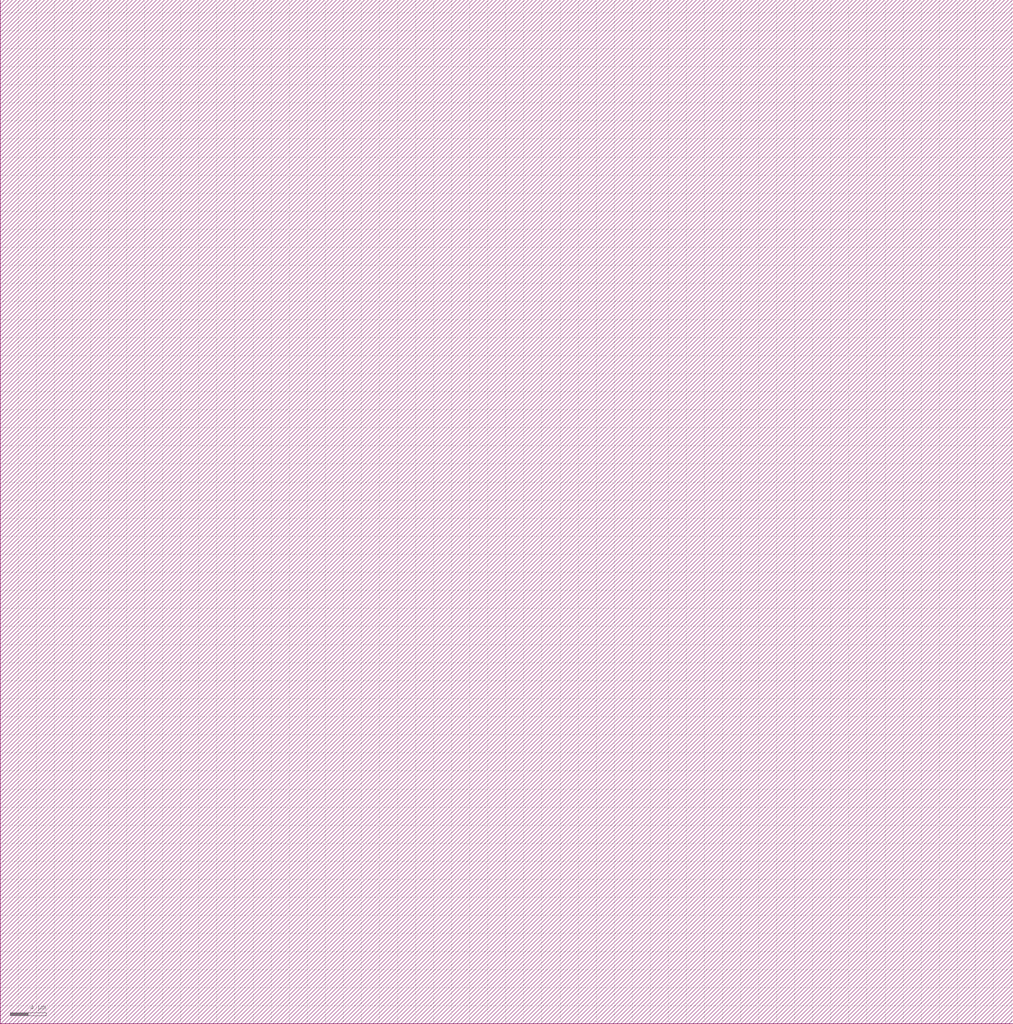
<source format=lef>
VERSION 5.6 ;

BUSBITCHARS "[]" ;

DIVIDERCHAR "/" ;

UNITS
    DATABASE MICRONS 1000 ;
END UNITS

MANUFACTURINGGRID 0.005000 ; 

CLEARANCEMEASURE EUCLIDEAN ; 

USEMINSPACING OBS ON ; 

SITE CoreSite
    CLASS CORE ;
    SIZE 0.600000 BY 0.300000 ;
END CoreSite

LAYER li
   TYPE ROUTING ;
   DIRECTION VERTICAL ;
   MINWIDTH 0.300000 ;
   AREA 0.056250 ;
   WIDTH 0.300000 ;
   SPACINGTABLE
      PARALLELRUNLENGTH 0.0
      WIDTH 0.0 0.225000 ;
   PITCH 0.600000 0.600000 ;
END li

LAYER mcon
    TYPE CUT ;
    SPACING 0.225000 ;
    WIDTH 0.300000 ;
    ENCLOSURE ABOVE 0.075000 0.075000 ;
    ENCLOSURE BELOW 0.000000 0.000000 ;
END mcon

LAYER met1
   TYPE ROUTING ;
   DIRECTION HORIZONTAL ;
   MINWIDTH 0.150000 ;
   AREA 0.084375 ;
   WIDTH 0.150000 ;
   SPACINGTABLE
      PARALLELRUNLENGTH 0.0
      WIDTH 0.0 0.150000 ;
   PITCH 0.300000 0.300000 ;
END met1

LAYER v1
    TYPE CUT ;
    SPACING 0.075000 ;
    WIDTH 0.300000 ;
    ENCLOSURE ABOVE 0.075000 0.075000 ;
    ENCLOSURE BELOW 0.075000 0.075000 ;
END v1

LAYER met2
   TYPE ROUTING ;
   DIRECTION VERTICAL ;
   MINWIDTH 0.150000 ;
   AREA 0.073125 ;
   WIDTH 0.150000 ;
   SPACINGTABLE
      PARALLELRUNLENGTH 0.0
      WIDTH 0.0 0.150000 ;
   PITCH 0.300000 0.300000 ;
END met2

LAYER v2
    TYPE CUT ;
    SPACING 0.150000 ;
    WIDTH 0.300000 ;
    ENCLOSURE ABOVE 0.075000 0.075000 ;
    ENCLOSURE BELOW 0.075000 0.000000 ;
END v2

LAYER met3
   TYPE ROUTING ;
   DIRECTION HORIZONTAL ;
   MINWIDTH 0.300000 ;
   AREA 0.241875 ;
   WIDTH 0.300000 ;
   SPACINGTABLE
      PARALLELRUNLENGTH 0.0
      WIDTH 0.0 0.300000 ;
   PITCH 0.600000 0.600000 ;
END met3

LAYER v3
    TYPE CUT ;
    SPACING 0.150000 ;
    WIDTH 0.450000 ;
    ENCLOSURE ABOVE 0.075000 0.075000 ;
    ENCLOSURE BELOW 0.075000 0.000000 ;
END v3

LAYER met4
   TYPE ROUTING ;
   DIRECTION VERTICAL ;
   MINWIDTH 0.300000 ;
   AREA 0.241875 ;
   WIDTH 0.300000 ;
   SPACINGTABLE
      PARALLELRUNLENGTH 0.0
      WIDTH 0.0 0.300000 ;
   PITCH 0.600000 0.600000 ;
END met4

LAYER v4
    TYPE CUT ;
    SPACING 0.450000 ;
    WIDTH 1.200000 ;
    ENCLOSURE ABOVE 0.150000 0.150000 ;
    ENCLOSURE BELOW 0.000000 0.000000 ;
END v4

LAYER met5
   TYPE ROUTING ;
   DIRECTION HORIZONTAL ;
   MINWIDTH 1.650000 ;
   AREA 4.005000 ;
   WIDTH 1.650000 ;
   SPACINGTABLE
      PARALLELRUNLENGTH 0.0
      WIDTH 0.0 1.650000 ;
   PITCH 3.300000 3.300000 ;
END met5

LAYER OVERLAP
   TYPE OVERLAP ;
END OVERLAP

VIA mcon_C DEFAULT
   LAYER li ;
     RECT -0.150000 -0.150000 0.150000 0.150000 ;
   LAYER mcon ;
     RECT -0.150000 -0.150000 0.150000 0.150000 ;
   LAYER met1 ;
     RECT -0.225000 -0.225000 0.225000 0.225000 ;
END mcon_C

VIA v1_C DEFAULT
   LAYER met1 ;
     RECT -0.225000 -0.225000 0.225000 0.225000 ;
   LAYER v1 ;
     RECT -0.150000 -0.150000 0.150000 0.150000 ;
   LAYER met2 ;
     RECT -0.225000 -0.225000 0.225000 0.225000 ;
END v1_C

VIA v2_C DEFAULT
   LAYER met2 ;
     RECT -0.150000 -0.225000 0.150000 0.225000 ;
   LAYER v2 ;
     RECT -0.150000 -0.150000 0.150000 0.150000 ;
   LAYER met3 ;
     RECT -0.225000 -0.225000 0.225000 0.225000 ;
END v2_C

VIA v2_Ch
   LAYER met2 ;
     RECT -0.225000 -0.150000 0.225000 0.150000 ;
   LAYER v2 ;
     RECT -0.150000 -0.150000 0.150000 0.150000 ;
   LAYER met3 ;
     RECT -0.225000 -0.225000 0.225000 0.225000 ;
END v2_Ch

VIA v2_Cv
   LAYER met2 ;
     RECT -0.150000 -0.225000 0.150000 0.225000 ;
   LAYER v2 ;
     RECT -0.150000 -0.150000 0.150000 0.150000 ;
   LAYER met3 ;
     RECT -0.225000 -0.225000 0.225000 0.225000 ;
END v2_Cv

VIA v3_C DEFAULT
   LAYER met3 ;
     RECT -0.300000 -0.225000 0.300000 0.225000 ;
   LAYER v3 ;
     RECT -0.225000 -0.225000 0.225000 0.225000 ;
   LAYER met4 ;
     RECT -0.300000 -0.300000 0.300000 0.300000 ;
END v3_C

VIA v3_Ch
   LAYER met3 ;
     RECT -0.300000 -0.225000 0.300000 0.225000 ;
   LAYER v3 ;
     RECT -0.225000 -0.225000 0.225000 0.225000 ;
   LAYER met4 ;
     RECT -0.300000 -0.300000 0.300000 0.300000 ;
END v3_Ch

VIA v3_Cv
   LAYER met3 ;
     RECT -0.300000 -0.225000 0.300000 0.225000 ;
   LAYER v3 ;
     RECT -0.225000 -0.225000 0.225000 0.225000 ;
   LAYER met4 ;
     RECT -0.300000 -0.300000 0.300000 0.300000 ;
END v3_Cv

VIA v4_C DEFAULT
   LAYER met4 ;
     RECT -0.600000 -0.600000 0.600000 0.600000 ;
   LAYER v4 ;
     RECT -0.600000 -0.600000 0.600000 0.600000 ;
   LAYER met5 ;
     RECT -0.750000 -0.750000 0.750000 0.750000 ;
END v4_C

MACRO _0_0cell_0_0ginvx4
    CLASS CORE ;
    FOREIGN _0_0cell_0_0ginvx4 0.000000 0.000000 ;
    ORIGIN 0.000000 0.000000 ;
    SIZE 1.800000 BY 2.700000 ;
    SYMMETRY X Y ;
    SITE CoreSite ;
    PIN in_50_6
        DIRECTION INPUT ;
        USE SIGNAL ;
        PORT
        LAYER li ;
        RECT 0.825000 0.525000 1.200000 0.600000 ;
        RECT 0.825000 0.300000 0.900000 0.525000 ;
        RECT 0.825000 0.225000 1.200000 0.300000 ;
        RECT 0.900000 0.300000 1.125000 0.525000 ;
        RECT 1.125000 0.300000 1.200000 0.525000 ;
        END
        ANTENNAGATEAREA 0.135000 ;
    END in_50_6
    PIN out
        DIRECTION OUTPUT ;
        USE SIGNAL ;
        PORT
        LAYER li ;
        RECT 1.200000 2.025000 1.425000 2.100000 ;
        RECT 1.200000 1.800000 1.425000 2.025000 ;
        RECT 1.200000 1.125000 1.425000 1.800000 ;
        RECT 1.200000 0.900000 1.425000 1.125000 ;
        RECT 1.200000 0.825000 1.425000 0.900000 ;
        END
        ANTENNADIFFAREA 0.337500 ;
    END out
    PIN Vdd
        DIRECTION INPUT ;
        USE POWER ;
        PORT
        LAYER li ;
        RECT 0.675000 2.175000 0.900000 2.400000 ;
        RECT 0.675000 2.025000 0.900000 2.175000 ;
        RECT 0.675000 1.800000 0.900000 2.025000 ;
        RECT 0.675000 1.725000 0.900000 1.800000 ;
        LAYER mcon ;
        RECT 0.675000 2.175000 0.900000 2.400000 ;
        LAYER met1 ;
        RECT 0.600000 2.400000 0.975000 2.475000 ;
        RECT 0.600000 2.175000 0.675000 2.400000 ;
        RECT 0.600000 2.100000 0.975000 2.175000 ;
        RECT 0.675000 2.175000 0.900000 2.400000 ;
        RECT 0.900000 2.175000 0.975000 2.400000 ;
        END
        ANTENNADIFFAREA 0.168750 ;
    END Vdd
    PIN GND
        DIRECTION INPUT ;
        USE GROUND ;
        PORT
        LAYER li ;
        RECT 0.675000 1.275000 0.900000 1.500000 ;
        RECT 0.675000 1.125000 0.900000 1.275000 ;
        RECT 0.675000 0.900000 0.900000 1.125000 ;
        RECT 0.675000 0.825000 0.900000 0.900000 ;
        LAYER mcon ;
        RECT 0.675000 1.275000 0.900000 1.500000 ;
        LAYER met1 ;
        RECT 0.600000 1.500000 0.975000 1.575000 ;
        RECT 0.600000 1.275000 0.675000 1.500000 ;
        RECT 0.600000 1.200000 0.975000 1.275000 ;
        RECT 0.675000 1.275000 0.900000 1.500000 ;
        RECT 0.900000 1.275000 0.975000 1.500000 ;
        END
        ANTENNADIFFAREA 0.168750 ;
    END GND
END _0_0cell_0_0ginvx4

MACRO _0_0cell_0_0gnor2x0
    CLASS CORE ;
    FOREIGN _0_0cell_0_0gnor2x0 0.000000 0.000000 ;
    ORIGIN 0.000000 0.000000 ;
    SIZE 3.600000 BY 3.300000 ;
    SYMMETRY X Y ;
    SITE CoreSite ;
    PIN in_50_6
        DIRECTION INPUT ;
        USE SIGNAL ;
        PORT
        LAYER li ;
        RECT 1.125000 0.825000 1.500000 0.900000 ;
        RECT 1.125000 0.600000 1.200000 0.825000 ;
        RECT 1.125000 0.525000 1.500000 0.600000 ;
        RECT 1.200000 0.600000 1.425000 0.825000 ;
        RECT 1.425000 0.600000 1.500000 0.825000 ;
        RECT 1.275000 0.300000 1.500000 0.525000 ;
        END
        ANTENNAGATEAREA 0.202500 ;
    END in_50_6
    PIN in_51_6
        DIRECTION INPUT ;
        USE SIGNAL ;
        PORT
        LAYER li ;
        RECT 2.175000 0.825000 2.550000 0.900000 ;
        RECT 2.175000 0.600000 2.250000 0.825000 ;
        RECT 2.175000 0.525000 2.550000 0.600000 ;
        RECT 2.175000 0.300000 2.400000 0.525000 ;
        RECT 2.250000 0.600000 2.475000 0.825000 ;
        RECT 2.475000 0.600000 2.550000 0.825000 ;
        END
        ANTENNAGATEAREA 0.202500 ;
    END in_51_6
    PIN out
        DIRECTION OUTPUT ;
        USE SIGNAL ;
        PORT
        LAYER li ;
        RECT 1.725000 2.100000 1.950000 2.325000 ;
        RECT 1.725000 0.300000 1.950000 2.100000 ;
        RECT 2.250000 2.325000 2.475000 2.400000 ;
        RECT 2.250000 2.100000 2.475000 2.325000 ;
        RECT 2.250000 2.025000 2.475000 2.100000 ;
        LAYER mcon ;
        RECT 1.725000 2.100000 1.950000 2.325000 ;
        RECT 2.250000 2.100000 2.475000 2.325000 ;
        LAYER met1 ;
        RECT 1.650000 2.025000 2.025000 2.100000 ;
        RECT 1.650000 2.325000 2.550000 2.400000 ;
        RECT 2.175000 2.025000 2.550000 2.100000 ;
        RECT 1.650000 2.100000 1.725000 2.325000 ;
        RECT 1.725000 2.100000 1.950000 2.325000 ;
        RECT 1.950000 2.250000 2.250000 2.325000 ;
        RECT 1.950000 2.100000 2.025000 2.250000 ;
        RECT 2.175000 2.100000 2.250000 2.250000 ;
        RECT 2.250000 2.100000 2.475000 2.325000 ;
        RECT 2.475000 2.100000 2.550000 2.325000 ;
        END
        ANTENNADIFFAREA 0.506250 ;
    END out
    PIN Vdd
        DIRECTION INPUT ;
        USE POWER ;
        PORT
        LAYER li ;
        RECT 1.200000 2.325000 1.425000 2.400000 ;
        RECT 1.200000 2.100000 1.425000 2.325000 ;
        RECT 1.200000 2.025000 1.425000 2.100000 ;
        LAYER mcon ;
        RECT 1.200000 2.100000 1.425000 2.325000 ;
        LAYER met1 ;
        RECT 0.600000 1.950000 1.500000 2.100000 ;
        RECT 1.125000 2.325000 1.500000 2.400000 ;
        RECT 1.125000 2.100000 1.200000 2.325000 ;
        RECT 1.200000 2.100000 1.425000 2.325000 ;
        RECT 1.425000 2.100000 1.500000 2.325000 ;
        END
        ANTENNADIFFAREA 0.337500 ;
    END Vdd
    PIN GND
        DIRECTION INPUT ;
        USE GROUND ;
        PORT
        LAYER li ;
        RECT 1.200000 1.425000 1.425000 1.500000 ;
        RECT 1.200000 1.200000 1.425000 1.425000 ;
        RECT 1.200000 1.125000 1.425000 1.200000 ;
        RECT 2.250000 1.425000 2.475000 1.500000 ;
        RECT 2.250000 1.200000 2.475000 1.425000 ;
        RECT 2.250000 1.125000 2.475000 1.200000 ;
        LAYER mcon ;
        RECT 1.200000 1.200000 1.425000 1.425000 ;
        RECT 2.250000 1.200000 2.475000 1.425000 ;
        LAYER met1 ;
        RECT 1.125000 1.425000 2.550000 1.500000 ;
        RECT 1.125000 1.200000 1.200000 1.425000 ;
        RECT 1.125000 1.125000 1.500000 1.200000 ;
        RECT 1.200000 1.200000 1.425000 1.425000 ;
        RECT 1.425000 1.350000 2.250000 1.425000 ;
        RECT 1.425000 1.200000 1.500000 1.350000 ;
        RECT 2.175000 1.125000 2.550000 1.200000 ;
        RECT 2.175000 1.500000 3.075000 1.650000 ;
        RECT 2.175000 1.200000 2.250000 1.350000 ;
        RECT 2.250000 1.200000 2.475000 1.425000 ;
        RECT 2.475000 1.200000 2.550000 1.425000 ;
        END
        ANTENNADIFFAREA 0.337500 ;
    END GND
END _0_0cell_0_0gnor2x0

MACRO _0_0cell_0_0gffx0
    CLASS CORE ;
    FOREIGN _0_0cell_0_0gffx0 0.000000 0.000000 ;
    ORIGIN 0.000000 0.000000 ;
    SIZE 6.600000 BY 3.000000 ;
    SYMMETRY X Y ;
    SITE CoreSite ;
    PIN in_50_6
        DIRECTION INPUT ;
        USE SIGNAL ;
        PORT
        LAYER li ;
        RECT 0.600000 2.400000 0.900000 2.700000 ;
        END
    END in_50_6
    PIN in_51_6
        DIRECTION INPUT ;
        USE SIGNAL ;
        PORT
        LAYER li ;
        RECT 2.400000 2.400000 2.700000 2.700000 ;
        END
    END in_51_6
    PIN out
        DIRECTION OUTPUT ;
        USE SIGNAL ;
        PORT
        LAYER li ;
        RECT 0.600000 0.300000 0.900000 0.600000 ;
        END
        ANTENNADIFFAREA 0.337500 ;
    END out
    PIN Vdd
        DIRECTION INPUT ;
        USE POWER ;
        PORT
        LAYER li ;
        RECT 4.200000 2.400000 4.500000 2.700000 ;
        END
        ANTENNADIFFAREA 0.776250 ;
    END Vdd
    PIN GND
        DIRECTION INPUT ;
        USE GROUND ;
        PORT
        LAYER li ;
        RECT 6.000000 2.400000 6.300000 2.700000 ;
        END
        ANTENNADIFFAREA 0.337500 ;
    END GND
END _0_0cell_0_0gffx0

MACRO _0_0cell_0_0gcelem2x0
    CLASS CORE ;
    FOREIGN _0_0cell_0_0gcelem2x0 0.000000 0.000000 ;
    ORIGIN 0.000000 0.000000 ;
    SIZE 6.000000 BY 3.300000 ;
    SYMMETRY X Y ;
    SITE CoreSite ;
    PIN in_50_6
        DIRECTION INPUT ;
        USE SIGNAL ;
        PORT
        LAYER li ;
        RECT 4.425000 0.525000 4.650000 0.600000 ;
        RECT 4.425000 0.300000 4.650000 0.525000 ;
        RECT 4.425000 0.225000 4.650000 0.300000 ;
        END
        ANTENNAGATEAREA 0.247500 ;
    END in_50_6
    PIN in_51_6
        DIRECTION INPUT ;
        USE SIGNAL ;
        PORT
        LAYER li ;
        RECT 3.825000 0.525000 4.050000 0.600000 ;
        RECT 3.825000 0.300000 4.050000 0.525000 ;
        RECT 3.825000 0.225000 4.050000 0.300000 ;
        END
        ANTENNAGATEAREA 0.247500 ;
    END in_51_6
    PIN out
        DIRECTION OUTPUT ;
        USE SIGNAL ;
        PORT
        LAYER li ;
        RECT 2.025000 0.825000 2.250000 1.650000 ;
        RECT 2.025000 0.600000 2.250000 0.825000 ;
        RECT 2.025000 1.650000 2.100000 1.875000 ;
        RECT 3.600000 1.350000 3.825000 1.575000 ;
        RECT 3.600000 1.125000 3.825000 1.350000 ;
        RECT 3.600000 1.050000 3.825000 1.125000 ;
        RECT 2.100000 1.650000 2.325000 1.875000 ;
        RECT 3.600000 2.400000 3.825000 2.475000 ;
        RECT 3.600000 2.175000 3.825000 2.400000 ;
        RECT 3.600000 1.800000 3.825000 2.175000 ;
        RECT 3.600000 1.575000 3.825000 1.800000 ;
        RECT 4.950000 0.600000 5.025000 0.825000 ;
        RECT 4.950000 0.225000 5.175000 0.600000 ;
        RECT 5.025000 0.600000 5.250000 0.825000 ;
        RECT 5.250000 0.600000 5.325000 0.825000 ;
        LAYER mcon ;
        RECT 2.025000 0.600000 2.250000 0.825000 ;
        RECT 3.600000 1.575000 3.825000 1.800000 ;
        RECT 2.100000 1.650000 2.325000 1.875000 ;
        LAYER met1 ;
        RECT 1.950000 0.825000 2.325000 0.900000 ;
        RECT 1.950000 0.600000 2.025000 0.825000 ;
        RECT 1.950000 0.525000 2.325000 0.600000 ;
        RECT 2.025000 0.600000 2.250000 0.825000 ;
        RECT 2.025000 1.875000 2.400000 1.950000 ;
        RECT 2.025000 1.650000 2.100000 1.875000 ;
        RECT 2.025000 1.575000 2.400000 1.650000 ;
        RECT 2.250000 0.750000 2.325000 0.825000 ;
        RECT 2.250000 0.600000 5.325000 0.750000 ;
        RECT 2.100000 1.650000 2.325000 1.875000 ;
        RECT 2.325000 1.800000 2.400000 1.875000 ;
        RECT 2.325000 1.650000 3.600000 1.800000 ;
        RECT 3.525000 1.575000 3.600000 1.650000 ;
        RECT 3.525000 1.500000 3.900000 1.575000 ;
        RECT 4.950000 0.525000 5.325000 0.600000 ;
        RECT 3.525000 1.800000 3.900000 1.875000 ;
        RECT 3.600000 1.575000 3.825000 1.800000 ;
        RECT 3.825000 1.575000 3.900000 1.800000 ;
        RECT 4.950000 0.750000 5.325000 0.900000 ;
        END
        ANTENNAGATEAREA 0.360000 ;
        ANTENNADIFFAREA 0.697500 ;
    END out
    PIN Vdd
        DIRECTION INPUT ;
        USE POWER ;
        PORT
        LAYER li ;
        RECT 0.600000 2.100000 0.675000 2.325000 ;
        RECT 0.675000 2.100000 0.900000 2.325000 ;
        RECT 0.900000 2.100000 0.975000 2.325000 ;
        RECT 2.700000 0.525000 2.925000 0.600000 ;
        RECT 2.700000 0.825000 2.925000 2.025000 ;
        RECT 2.700000 0.600000 2.925000 0.825000 ;
        RECT 4.500000 2.100000 4.575000 2.325000 ;
        RECT 2.700000 2.025000 2.925000 2.250000 ;
        RECT 4.575000 2.100000 4.800000 2.325000 ;
        RECT 4.800000 2.100000 4.875000 2.325000 ;
        LAYER mcon ;
        RECT 0.675000 2.100000 0.900000 2.325000 ;
        RECT 2.700000 2.025000 2.925000 2.250000 ;
        RECT 4.575000 2.100000 4.800000 2.325000 ;
        LAYER met1 ;
        RECT 0.600000 2.325000 0.975000 2.400000 ;
        RECT 0.600000 2.100000 0.675000 2.325000 ;
        RECT 0.600000 2.025000 0.975000 2.100000 ;
        RECT 0.675000 2.100000 0.900000 2.325000 ;
        RECT 0.900000 2.250000 0.975000 2.325000 ;
        RECT 0.900000 2.100000 2.700000 2.250000 ;
        RECT 2.625000 2.250000 3.000000 2.325000 ;
        RECT 2.625000 2.025000 2.700000 2.100000 ;
        RECT 2.625000 1.950000 3.000000 2.025000 ;
        RECT 2.700000 2.025000 2.925000 2.250000 ;
        RECT 4.500000 2.325000 4.875000 2.400000 ;
        RECT 4.500000 2.250000 4.575000 2.325000 ;
        RECT 2.925000 2.100000 4.575000 2.250000 ;
        RECT 2.925000 2.025000 3.000000 2.100000 ;
        RECT 4.575000 2.100000 4.800000 2.325000 ;
        RECT 4.800000 2.100000 4.875000 2.325000 ;
        RECT 4.500000 2.025000 4.875000 2.100000 ;
        END
        ANTENNAGATEAREA 0.945000 ;
        ANTENNADIFFAREA 0.495000 ;
    END Vdd
    PIN GND
        DIRECTION INPUT ;
        USE GROUND ;
        PORT
        LAYER li ;
        RECT 0.600000 1.200000 0.675000 1.425000 ;
        RECT 0.675000 1.200000 0.900000 1.425000 ;
        RECT 0.900000 1.200000 0.975000 1.425000 ;
        RECT 1.575000 3.000000 1.800000 3.075000 ;
        RECT 1.575000 2.775000 1.800000 3.000000 ;
        RECT 1.575000 1.425000 1.800000 2.775000 ;
        RECT 1.575000 1.200000 1.800000 1.425000 ;
        RECT 4.500000 1.200000 4.575000 1.425000 ;
        RECT 4.575000 1.200000 4.800000 1.425000 ;
        RECT 4.800000 1.200000 4.875000 1.425000 ;
        LAYER mcon ;
        RECT 0.675000 1.200000 0.900000 1.425000 ;
        RECT 1.575000 1.200000 1.800000 1.425000 ;
        RECT 4.575000 1.200000 4.800000 1.425000 ;
        LAYER met1 ;
        RECT 0.600000 1.425000 0.975000 1.500000 ;
        RECT 0.600000 1.200000 0.675000 1.425000 ;
        RECT 0.600000 1.125000 0.975000 1.200000 ;
        RECT 0.675000 1.200000 0.900000 1.425000 ;
        RECT 1.500000 1.425000 1.875000 1.500000 ;
        RECT 0.900000 1.350000 0.975000 1.425000 ;
        RECT 0.900000 1.200000 1.575000 1.350000 ;
        RECT 1.500000 1.125000 1.875000 1.200000 ;
        RECT 1.575000 1.200000 1.800000 1.425000 ;
        RECT 1.500000 1.350000 1.575000 1.425000 ;
        RECT 1.800000 1.350000 1.875000 1.425000 ;
        RECT 1.800000 1.200000 4.575000 1.350000 ;
        RECT 4.575000 1.200000 4.800000 1.425000 ;
        RECT 4.800000 1.200000 4.875000 1.425000 ;
        RECT 4.500000 1.125000 4.875000 1.200000 ;
        RECT 4.500000 1.425000 4.875000 1.500000 ;
        RECT 4.500000 1.350000 4.575000 1.425000 ;
        END
        ANTENNAGATEAREA 0.472500 ;
        ANTENNADIFFAREA 0.427500 ;
    END GND
    OBS
        LAYER li ;
        RECT 3.150000 3.000000 3.375000 3.075000 ;
        RECT 3.150000 2.775000 3.375000 3.000000 ;
        RECT 3.150000 2.700000 3.375000 2.775000 ;
        RECT 5.400000 1.125000 5.625000 1.200000 ;
        RECT 5.175000 2.100000 5.250000 2.325000 ;
        RECT 5.175000 1.200000 5.250000 1.425000 ;
        RECT 5.250000 2.100000 5.475000 2.325000 ;
        RECT 5.250000 1.200000 5.475000 1.425000 ;
        RECT 5.400000 2.775000 5.625000 3.000000 ;
        RECT 5.400000 2.325000 5.625000 2.775000 ;
        RECT 5.475000 2.100000 5.625000 2.325000 ;
        RECT 5.400000 1.425000 5.625000 2.100000 ;
        RECT 5.475000 1.200000 5.625000 1.425000 ;
        LAYER met1 ;
        RECT 3.075000 3.000000 3.450000 3.075000 ;
        RECT 3.075000 2.775000 3.150000 3.000000 ;
        RECT 3.075000 2.700000 3.450000 2.775000 ;
        RECT 3.150000 2.775000 3.375000 3.000000 ;
        RECT 5.325000 3.000000 5.700000 3.075000 ;
        RECT 3.375000 2.850000 5.400000 3.000000 ;
        RECT 3.375000 2.775000 3.450000 2.850000 ;
        RECT 5.325000 2.775000 5.400000 2.850000 ;
        RECT 5.325000 2.700000 5.700000 2.775000 ;
        RECT 5.400000 2.775000 5.625000 3.000000 ;
        RECT 5.625000 2.775000 5.700000 3.000000 ;
    END
END _0_0cell_0_0gcelem2x0

MACRO _0_0syn_0_0INVX1
    CLASS CORE ;
    FOREIGN _0_0syn_0_0INVX1 0.000000 0.000000 ;
    ORIGIN 0.000000 0.000000 ;
    SIZE 3.000000 BY 4.200000 ;
    SYMMETRY X Y ;
    SITE CoreSite ;
    PIN A
        DIRECTION INPUT ;
        USE SIGNAL ;
        PORT
        LAYER li ;
        RECT 1.875000 3.150000 2.100000 3.900000 ;
        RECT 1.875000 2.925000 2.100000 3.150000 ;
        RECT 1.875000 2.850000 2.100000 2.925000 ;
        END
        ANTENNAGATEAREA 0.157500 ;
    END A
    PIN Y
        DIRECTION OUTPUT ;
        USE SIGNAL ;
        PORT
        LAYER li ;
        RECT 2.250000 2.100000 2.475000 2.325000 ;
        RECT 2.250000 1.950000 2.475000 2.100000 ;
        RECT 2.250000 1.650000 2.775000 1.950000 ;
        RECT 2.250000 1.425000 2.475000 1.650000 ;
        RECT 2.250000 1.125000 2.475000 1.200000 ;
        RECT 2.250000 2.325000 2.475000 2.400000 ;
        RECT 2.250000 1.200000 2.475000 1.425000 ;
        END
        ANTENNADIFFAREA 0.393750 ;
    END Y
    PIN Vdd
        DIRECTION INPUT ;
        USE POWER ;
        PORT
        LAYER li ;
        RECT 1.650000 2.550000 2.025000 2.625000 ;
        RECT 1.650000 2.325000 1.725000 2.550000 ;
        RECT 1.650000 2.250000 2.025000 2.325000 ;
        RECT 1.725000 2.325000 1.950000 2.550000 ;
        RECT 1.950000 2.325000 2.025000 2.550000 ;
        LAYER mcon ;
        RECT 1.725000 2.325000 1.950000 2.550000 ;
        LAYER met1 ;
        RECT 0.300000 3.300000 1.875000 3.450000 ;
        RECT 1.650000 2.625000 1.875000 3.300000 ;
        RECT 1.650000 2.550000 2.025000 2.625000 ;
        RECT 1.650000 2.325000 1.725000 2.550000 ;
        RECT 1.650000 2.250000 2.025000 2.325000 ;
        RECT 1.725000 2.325000 1.950000 2.550000 ;
        RECT 1.950000 2.325000 2.025000 2.550000 ;
        END
        ANTENNADIFFAREA 0.225000 ;
    END Vdd
    PIN GND
        DIRECTION INPUT ;
        USE GROUND ;
        PORT
        LAYER li ;
        RECT 1.650000 1.425000 2.025000 1.500000 ;
        RECT 1.650000 1.200000 1.725000 1.425000 ;
        RECT 1.650000 1.125000 2.025000 1.200000 ;
        RECT 1.725000 1.200000 1.950000 1.425000 ;
        RECT 1.950000 1.200000 2.025000 1.425000 ;
        LAYER mcon ;
        RECT 1.725000 1.200000 1.950000 1.425000 ;
        LAYER met1 ;
        RECT 0.975000 0.750000 1.875000 0.900000 ;
        RECT 1.650000 1.425000 2.025000 1.500000 ;
        RECT 1.650000 1.200000 1.725000 1.425000 ;
        RECT 1.650000 1.125000 2.025000 1.200000 ;
        RECT 1.650000 0.900000 1.875000 1.125000 ;
        RECT 1.725000 1.200000 1.950000 1.425000 ;
        RECT 1.950000 1.200000 2.025000 1.425000 ;
        END
        ANTENNADIFFAREA 0.168750 ;
    END GND
END _0_0syn_0_0INVX1

MACRO _0_0syn_0_0XNOR2X1
    CLASS CORE ;
    FOREIGN _0_0syn_0_0XNOR2X1 0.000000 0.000000 ;
    ORIGIN 0.000000 0.000000 ;
    SIZE 6.600000 BY 5.700000 ;
    SYMMETRY X Y ;
    SITE CoreSite ;
    PIN A
        DIRECTION INPUT ;
        USE SIGNAL ;
        PORT
        LAYER li ;
        RECT 1.650000 3.900000 2.025000 3.975000 ;
        RECT 1.650000 3.675000 1.875000 3.900000 ;
        RECT 1.650000 3.600000 2.025000 3.675000 ;
        RECT 1.875000 3.675000 2.025000 3.900000 ;
        RECT 1.800000 4.425000 2.025000 4.650000 ;
        RECT 1.800000 3.975000 2.025000 4.425000 ;
        RECT 3.450000 4.275000 3.825000 4.350000 ;
        RECT 3.450000 4.050000 3.525000 4.275000 ;
        RECT 3.525000 4.050000 3.750000 4.275000 ;
        RECT 3.600000 4.425000 3.825000 4.650000 ;
        RECT 3.600000 4.350000 3.825000 4.425000 ;
        RECT 3.750000 4.050000 3.825000 4.275000 ;
        LAYER mcon ;
        RECT 1.800000 4.425000 2.025000 4.650000 ;
        RECT 3.600000 4.425000 3.825000 4.650000 ;
        LAYER met1 ;
        RECT 1.725000 4.650000 2.100000 4.725000 ;
        RECT 1.725000 4.425000 1.800000 4.650000 ;
        RECT 1.725000 4.350000 3.900000 4.425000 ;
        RECT 1.800000 4.425000 2.025000 4.650000 ;
        RECT 3.525000 4.650000 3.900000 4.725000 ;
        RECT 2.025000 4.500000 2.100000 4.650000 ;
        RECT 2.025000 4.425000 3.600000 4.500000 ;
        RECT 3.600000 4.425000 3.825000 4.650000 ;
        RECT 3.525000 4.500000 3.600000 4.650000 ;
        RECT 3.825000 4.425000 3.900000 4.650000 ;
        END
        ANTENNAGATEAREA 0.438750 ;
    END A
    PIN B
        DIRECTION INPUT ;
        USE SIGNAL ;
        PORT
        LAYER li ;
        RECT 0.675000 4.050000 0.900000 4.275000 ;
        RECT 0.675000 3.750000 0.900000 4.050000 ;
        RECT 0.675000 3.525000 0.900000 3.750000 ;
        RECT 0.675000 3.450000 0.900000 3.525000 ;
        RECT 5.625000 4.350000 5.850000 4.425000 ;
        RECT 5.625000 4.125000 5.850000 4.350000 ;
        RECT 5.625000 4.050000 5.850000 4.125000 ;
        LAYER mcon ;
        RECT 0.675000 4.050000 0.900000 4.275000 ;
        RECT 5.625000 4.125000 5.850000 4.350000 ;
        LAYER met1 ;
        RECT 0.600000 4.275000 0.975000 4.350000 ;
        RECT 0.600000 4.050000 0.675000 4.275000 ;
        RECT 0.600000 3.975000 0.975000 4.050000 ;
        RECT 0.675000 4.050000 0.900000 4.275000 ;
        RECT 0.900000 4.200000 0.975000 4.275000 ;
        RECT 0.900000 4.125000 5.625000 4.200000 ;
        RECT 0.900000 4.050000 5.925000 4.125000 ;
        RECT 5.625000 4.125000 5.850000 4.350000 ;
        RECT 5.850000 4.125000 5.925000 4.350000 ;
        RECT 5.550000 4.350000 5.925000 4.425000 ;
        RECT 5.550000 4.200000 5.625000 4.350000 ;
        END
        ANTENNAGATEAREA 0.438750 ;
    END B
    PIN Y
        DIRECTION OUTPUT ;
        USE SIGNAL ;
        PORT
        LAYER li ;
        RECT 3.150000 1.050000 3.375000 1.800000 ;
        RECT 3.150000 2.925000 3.375000 3.000000 ;
        RECT 3.150000 1.800000 3.375000 2.025000 ;
        RECT 3.150000 2.025000 3.375000 2.700000 ;
        RECT 3.150000 2.700000 3.375000 2.925000 ;
        END
        ANTENNADIFFAREA 0.703125 ;
    END Y
    PIN Vdd
        DIRECTION INPUT ;
        USE POWER ;
        PORT
        LAYER li ;
        RECT 1.125000 5.025000 1.350000 5.250000 ;
        RECT 1.125000 3.225000 1.350000 5.025000 ;
        RECT 1.125000 3.150000 1.425000 3.225000 ;
        RECT 1.125000 2.925000 1.200000 3.150000 ;
        RECT 1.125000 2.850000 1.425000 2.925000 ;
        RECT 1.200000 2.925000 1.425000 3.150000 ;
        RECT 5.100000 3.675000 5.400000 3.750000 ;
        RECT 5.100000 3.450000 5.325000 3.675000 ;
        RECT 5.100000 3.375000 5.400000 3.450000 ;
        RECT 5.175000 5.025000 5.400000 5.250000 ;
        RECT 5.175000 3.750000 5.400000 5.025000 ;
        RECT 5.325000 3.450000 5.400000 3.675000 ;
        LAYER mcon ;
        RECT 1.125000 5.025000 1.350000 5.250000 ;
        RECT 5.175000 5.025000 5.400000 5.250000 ;
        LAYER met1 ;
        RECT 1.050000 5.250000 5.475000 5.400000 ;
        RECT 1.050000 5.025000 1.125000 5.250000 ;
        RECT 1.050000 4.950000 5.475000 5.025000 ;
        RECT 1.125000 5.025000 1.350000 5.250000 ;
        RECT 1.350000 5.025000 5.175000 5.250000 ;
        RECT 5.175000 5.025000 5.400000 5.250000 ;
        RECT 5.400000 5.025000 5.475000 5.250000 ;
        END
        ANTENNADIFFAREA 0.646875 ;
    END Vdd
    PIN GND
        DIRECTION INPUT ;
        USE GROUND ;
        PORT
        LAYER li ;
        RECT 1.125000 1.650000 1.425000 1.725000 ;
        RECT 1.125000 1.200000 1.350000 1.650000 ;
        RECT 1.125000 0.975000 1.350000 1.200000 ;
        RECT 1.125000 1.950000 1.425000 2.025000 ;
        RECT 1.125000 1.725000 1.200000 1.950000 ;
        RECT 1.200000 1.725000 1.425000 1.950000 ;
        RECT 5.175000 1.200000 5.400000 1.350000 ;
        RECT 5.175000 0.975000 5.400000 1.200000 ;
        RECT 5.100000 1.650000 5.400000 1.725000 ;
        RECT 5.100000 1.425000 5.325000 1.650000 ;
        RECT 5.100000 1.350000 5.400000 1.425000 ;
        RECT 5.325000 1.425000 5.400000 1.650000 ;
        LAYER mcon ;
        RECT 1.125000 0.975000 1.350000 1.200000 ;
        RECT 5.175000 0.975000 5.400000 1.200000 ;
        LAYER met1 ;
        RECT 1.050000 1.200000 5.475000 1.350000 ;
        RECT 1.050000 0.975000 1.125000 1.200000 ;
        RECT 1.050000 0.900000 5.475000 0.975000 ;
        RECT 1.125000 0.975000 1.350000 1.200000 ;
        RECT 1.350000 0.975000 5.175000 1.200000 ;
        RECT 5.175000 0.975000 5.400000 1.200000 ;
        RECT 5.400000 0.975000 5.475000 1.200000 ;
        END
        ANTENNADIFFAREA 0.450000 ;
    END GND
    OBS
        LAYER li ;
        RECT 0.675000 3.000000 0.900000 3.225000 ;
        RECT 0.675000 2.925000 0.900000 3.000000 ;
        RECT 0.675000 2.700000 0.900000 2.925000 ;
        RECT 0.675000 2.025000 0.900000 2.700000 ;
        RECT 0.675000 1.800000 0.900000 2.025000 ;
        RECT 0.675000 1.725000 0.900000 1.800000 ;
        RECT 1.800000 0.675000 2.025000 1.725000 ;
        RECT 1.800000 0.450000 2.025000 0.675000 ;
        RECT 2.700000 0.375000 3.000000 0.450000 ;
        RECT 1.725000 1.725000 2.025000 1.800000 ;
        RECT 2.625000 1.650000 2.925000 1.725000 ;
        RECT 2.700000 0.675000 3.000000 0.750000 ;
        RECT 2.700000 0.450000 2.775000 0.675000 ;
        RECT 1.725000 2.925000 2.025000 3.000000 ;
        RECT 1.725000 2.700000 1.950000 2.925000 ;
        RECT 1.725000 2.625000 2.025000 2.700000 ;
        RECT 1.725000 2.025000 2.025000 2.100000 ;
        RECT 1.725000 1.800000 1.950000 2.025000 ;
        RECT 2.775000 0.450000 3.000000 0.675000 ;
        RECT 1.950000 2.700000 2.025000 2.925000 ;
        RECT 1.800000 2.100000 2.025000 2.625000 ;
        RECT 1.950000 1.800000 2.025000 2.025000 ;
        RECT 2.625000 1.725000 2.850000 1.950000 ;
        RECT 2.625000 2.925000 2.925000 3.000000 ;
        RECT 2.625000 2.625000 2.925000 2.700000 ;
        RECT 2.850000 1.725000 2.925000 1.950000 ;
        RECT 2.625000 2.700000 2.850000 2.925000 ;
        RECT 2.700000 2.550000 2.925000 2.625000 ;
        RECT 2.700000 2.325000 2.925000 2.550000 ;
        RECT 2.625000 1.950000 2.925000 2.025000 ;
        RECT 2.850000 2.700000 2.925000 2.925000 ;
        RECT 5.625000 1.725000 5.850000 1.950000 ;
        RECT 5.625000 1.650000 5.850000 1.725000 ;
        RECT 3.600000 2.925000 3.900000 3.000000 ;
        RECT 3.600000 2.700000 3.675000 2.925000 ;
        RECT 3.600000 2.625000 3.900000 2.700000 ;
        RECT 3.600000 1.800000 3.675000 2.025000 ;
        RECT 3.675000 2.700000 3.900000 2.925000 ;
        RECT 3.675000 1.800000 3.900000 2.025000 ;
        RECT 3.900000 1.800000 4.575000 2.025000 ;
        RECT 4.500000 4.275000 4.725000 4.350000 ;
        RECT 4.500000 4.050000 4.725000 4.275000 ;
        RECT 4.500000 3.450000 4.725000 4.050000 ;
        RECT 4.500000 3.225000 4.725000 3.450000 ;
        RECT 4.500000 2.925000 4.800000 3.000000 ;
        RECT 4.500000 2.700000 4.575000 2.925000 ;
        RECT 4.500000 2.625000 4.800000 2.700000 ;
        RECT 4.500000 2.550000 4.725000 2.625000 ;
        RECT 4.500000 2.325000 4.725000 2.550000 ;
        RECT 4.575000 1.800000 4.800000 2.025000 ;
        RECT 4.575000 2.700000 4.800000 2.925000 ;
        RECT 4.800000 1.800000 4.875000 2.025000 ;
        RECT 5.625000 2.925000 5.850000 3.000000 ;
        RECT 5.625000 2.700000 5.850000 2.925000 ;
        RECT 5.625000 2.625000 5.850000 2.700000 ;
        RECT 5.625000 1.950000 5.850000 2.025000 ;
        LAYER met1 ;
        RECT 0.600000 3.225000 4.500000 3.300000 ;
        RECT 0.600000 3.000000 0.675000 3.225000 ;
        RECT 0.600000 2.925000 0.975000 3.000000 ;
        RECT 4.500000 3.225000 4.725000 3.450000 ;
        RECT 0.675000 3.000000 0.900000 3.225000 ;
        RECT 4.725000 3.225000 4.800000 3.450000 ;
        RECT 0.900000 3.150000 4.800000 3.225000 ;
        RECT 0.900000 3.000000 0.975000 3.150000 ;
        RECT 1.725000 0.675000 2.100000 0.750000 ;
        RECT 1.725000 0.450000 1.800000 0.675000 ;
        RECT 1.725000 0.375000 2.100000 0.450000 ;
        RECT 1.800000 0.450000 2.025000 0.675000 ;
        RECT 2.025000 0.600000 2.100000 0.675000 ;
        RECT 2.025000 0.450000 2.775000 0.600000 ;
        RECT 2.775000 0.450000 3.000000 0.675000 ;
        RECT 2.700000 0.375000 3.075000 0.450000 ;
        RECT 2.550000 1.950000 2.925000 2.025000 ;
        RECT 2.550000 1.725000 2.625000 1.950000 ;
        RECT 2.550000 1.650000 5.925000 1.725000 ;
        RECT 3.000000 0.450000 3.075000 0.675000 ;
        RECT 2.625000 2.550000 3.000000 2.625000 ;
        RECT 2.625000 2.325000 2.700000 2.550000 ;
        RECT 2.625000 2.250000 4.800000 2.325000 ;
        RECT 2.625000 1.725000 2.850000 1.950000 ;
        RECT 2.700000 2.325000 2.925000 2.550000 ;
        RECT 2.850000 1.800000 2.925000 1.950000 ;
        RECT 2.850000 1.725000 5.625000 1.800000 ;
        RECT 2.700000 0.675000 3.075000 0.750000 ;
        RECT 2.700000 0.600000 2.775000 0.675000 ;
        RECT 3.600000 2.925000 5.925000 3.000000 ;
        RECT 3.600000 2.700000 3.675000 2.925000 ;
        RECT 3.600000 2.625000 3.975000 2.700000 ;
        RECT 2.925000 2.400000 3.000000 2.550000 ;
        RECT 2.925000 2.325000 4.500000 2.400000 ;
        RECT 5.625000 1.725000 5.850000 1.950000 ;
        RECT 3.675000 2.700000 3.900000 2.925000 ;
        RECT 4.500000 2.325000 4.725000 2.550000 ;
        RECT 5.850000 1.725000 5.925000 1.950000 ;
        RECT 4.425000 3.450000 4.800000 3.525000 ;
        RECT 4.425000 3.300000 4.500000 3.450000 ;
        RECT 3.900000 2.850000 5.625000 2.925000 ;
        RECT 3.900000 2.700000 3.975000 2.850000 ;
        RECT 4.725000 2.325000 4.800000 2.550000 ;
        RECT 4.425000 2.550000 4.800000 2.625000 ;
        RECT 4.425000 2.400000 4.500000 2.550000 ;
        RECT 5.550000 1.950000 5.925000 2.025000 ;
        RECT 5.550000 1.800000 5.625000 1.950000 ;
        RECT 5.550000 2.700000 5.625000 2.850000 ;
        RECT 5.550000 2.625000 5.925000 2.700000 ;
        RECT 5.625000 2.700000 5.850000 2.925000 ;
        RECT 5.850000 2.700000 5.925000 2.925000 ;
    END
END _0_0syn_0_0XNOR2X1

MACRO _0_0syn_0_0NOR2X1
    CLASS CORE ;
    FOREIGN _0_0syn_0_0NOR2X1 0.000000 0.000000 ;
    ORIGIN 0.000000 0.000000 ;
    SIZE 2.400000 BY 3.300000 ;
    SYMMETRY X Y ;
    SITE CoreSite ;
    PIN A
        DIRECTION INPUT ;
        USE SIGNAL ;
        PORT
        LAYER li ;
        RECT 0.900000 0.450000 1.125000 0.525000 ;
        RECT 0.900000 0.225000 1.125000 0.450000 ;
        RECT 0.900000 0.150000 1.125000 0.225000 ;
        LAYER mcon ;
        RECT 0.900000 0.225000 1.125000 0.450000 ;
        LAYER met1 ;
        RECT 0.450000 0.300000 0.900000 0.450000 ;
        RECT 0.825000 0.450000 1.200000 0.525000 ;
        RECT 0.825000 0.225000 0.900000 0.300000 ;
        RECT 0.825000 0.150000 1.200000 0.225000 ;
        RECT 0.900000 0.225000 1.125000 0.450000 ;
        RECT 1.125000 0.225000 1.200000 0.450000 ;
        END
        ANTENNAGATEAREA 0.236250 ;
    END A
    PIN B
        DIRECTION INPUT ;
        USE SIGNAL ;
        PORT
        LAYER li ;
        RECT 1.500000 0.450000 1.800000 0.525000 ;
        RECT 1.500000 0.225000 1.725000 0.450000 ;
        RECT 1.500000 0.150000 1.800000 0.225000 ;
        RECT 1.725000 0.225000 1.800000 0.450000 ;
        LAYER mcon ;
        RECT 1.500000 0.225000 1.725000 0.450000 ;
        LAYER met1 ;
        RECT 1.425000 0.450000 1.800000 0.525000 ;
        RECT 1.425000 0.150000 1.800000 0.225000 ;
        RECT 1.425000 0.225000 1.500000 0.450000 ;
        RECT 1.500000 0.225000 1.725000 0.450000 ;
        RECT 1.725000 0.300000 2.025000 0.450000 ;
        RECT 1.725000 0.225000 1.800000 0.300000 ;
        END
        ANTENNAGATEAREA 0.236250 ;
    END B
    PIN Y
        DIRECTION OUTPUT ;
        USE SIGNAL ;
        PORT
        LAYER li ;
        RECT 1.125000 1.800000 1.350000 2.025000 ;
        RECT 1.125000 1.200000 1.350000 1.800000 ;
        RECT 1.125000 1.125000 1.425000 1.200000 ;
        RECT 1.125000 0.900000 1.200000 1.125000 ;
        RECT 1.125000 0.825000 1.425000 0.900000 ;
        RECT 1.200000 0.900000 1.425000 1.125000 ;
        RECT 1.725000 2.025000 1.950000 2.100000 ;
        RECT 1.725000 1.800000 1.950000 2.025000 ;
        RECT 1.725000 1.725000 1.950000 1.800000 ;
        LAYER mcon ;
        RECT 1.125000 1.800000 1.350000 2.025000 ;
        RECT 1.725000 1.800000 1.950000 2.025000 ;
        LAYER met1 ;
        RECT 1.050000 2.025000 1.425000 2.100000 ;
        RECT 1.050000 1.800000 1.125000 2.025000 ;
        RECT 1.050000 1.725000 1.425000 1.800000 ;
        RECT 1.125000 1.800000 1.350000 2.025000 ;
        RECT 1.650000 2.025000 2.025000 2.100000 ;
        RECT 1.350000 1.950000 1.425000 2.025000 ;
        RECT 1.350000 1.800000 1.725000 1.950000 ;
        RECT 1.725000 1.800000 1.950000 2.025000 ;
        RECT 1.650000 1.950000 1.725000 2.025000 ;
        RECT 1.950000 1.950000 2.025000 2.025000 ;
        RECT 1.950000 1.800000 2.250000 1.950000 ;
        RECT 1.650000 1.725000 2.025000 1.800000 ;
        END
        ANTENNADIFFAREA 0.590625 ;
    END Y
    PIN Vdd
        DIRECTION INPUT ;
        USE POWER ;
        PORT
        LAYER li ;
        RECT 0.675000 2.775000 0.900000 2.850000 ;
        RECT 0.675000 2.550000 0.900000 2.775000 ;
        RECT 0.675000 2.475000 0.900000 2.550000 ;
        LAYER mcon ;
        RECT 0.675000 2.550000 0.900000 2.775000 ;
        LAYER met1 ;
        RECT 0.450000 2.550000 0.675000 2.700000 ;
        RECT 0.600000 2.775000 0.975000 2.850000 ;
        RECT 0.600000 2.700000 0.675000 2.775000 ;
        RECT 0.675000 2.550000 0.900000 2.775000 ;
        RECT 0.600000 2.475000 0.975000 2.550000 ;
        RECT 0.900000 2.550000 0.975000 2.775000 ;
        END
        ANTENNADIFFAREA 0.421875 ;
    END Vdd
    PIN GND
        DIRECTION INPUT ;
        USE GROUND ;
        PORT
        LAYER li ;
        RECT 0.675000 1.125000 0.900000 1.200000 ;
        RECT 0.675000 0.900000 0.900000 1.125000 ;
        RECT 0.675000 0.825000 0.900000 0.900000 ;
        RECT 1.725000 0.825000 1.950000 0.900000 ;
        RECT 1.725000 1.125000 1.950000 1.200000 ;
        RECT 1.725000 0.900000 1.950000 1.125000 ;
        LAYER mcon ;
        RECT 0.675000 0.900000 0.900000 1.125000 ;
        RECT 1.725000 0.900000 1.950000 1.125000 ;
        LAYER met1 ;
        RECT 0.450000 0.900000 0.675000 1.050000 ;
        RECT 0.600000 1.125000 0.975000 1.200000 ;
        RECT 0.600000 1.050000 0.675000 1.125000 ;
        RECT 0.675000 0.900000 0.900000 1.125000 ;
        RECT 0.600000 0.825000 0.975000 0.900000 ;
        RECT 0.900000 1.050000 0.975000 1.125000 ;
        RECT 0.900000 0.900000 1.725000 1.050000 ;
        RECT 1.725000 0.900000 1.950000 1.125000 ;
        RECT 1.950000 0.900000 2.025000 1.125000 ;
        RECT 1.650000 1.125000 2.025000 1.200000 ;
        RECT 1.650000 1.050000 1.725000 1.125000 ;
        RECT 1.650000 0.825000 2.025000 0.900000 ;
        END
        ANTENNADIFFAREA 0.337500 ;
    END GND
END _0_0syn_0_0NOR2X1

MACRO _0_0syn_0_0NAND3X1
    CLASS CORE ;
    FOREIGN _0_0syn_0_0NAND3X1 0.000000 0.000000 ;
    ORIGIN 0.000000 0.000000 ;
    SIZE 3.000000 BY 3.600000 ;
    SYMMETRY X Y ;
    SITE CoreSite ;
    PIN A
        DIRECTION INPUT ;
        USE SIGNAL ;
        PORT
        LAYER li ;
        RECT 0.750000 3.225000 1.125000 3.300000 ;
        RECT 0.750000 3.000000 0.825000 3.225000 ;
        RECT 0.825000 3.000000 1.050000 3.225000 ;
        RECT 1.050000 3.000000 1.125000 3.225000 ;
        END
        ANTENNAGATEAREA 0.258750 ;
    END A
    PIN B
        DIRECTION INPUT ;
        USE SIGNAL ;
        PORT
        LAYER li ;
        RECT 1.350000 3.225000 1.725000 3.300000 ;
        RECT 1.350000 3.000000 1.425000 3.225000 ;
        RECT 1.425000 3.000000 1.650000 3.225000 ;
        RECT 1.650000 3.000000 1.725000 3.225000 ;
        END
        ANTENNAGATEAREA 0.258750 ;
    END B
    PIN C
        DIRECTION INPUT ;
        USE SIGNAL ;
        PORT
        LAYER li ;
        RECT 2.025000 3.225000 2.400000 3.300000 ;
        RECT 2.025000 3.000000 2.100000 3.225000 ;
        RECT 2.100000 3.000000 2.325000 3.225000 ;
        RECT 2.325000 3.000000 2.400000 3.225000 ;
        END
        ANTENNAGATEAREA 0.258750 ;
    END C
    PIN Y
        DIRECTION OUTPUT ;
        USE SIGNAL ;
        PORT
        LAYER li ;
        RECT 2.250000 0.225000 2.475000 1.200000 ;
        RECT 1.125000 2.100000 1.200000 2.325000 ;
        RECT 1.200000 2.100000 1.425000 2.325000 ;
        RECT 1.200000 1.875000 1.425000 2.100000 ;
        RECT 1.200000 1.650000 2.475000 1.875000 ;
        RECT 1.425000 2.100000 1.500000 2.325000 ;
        RECT 2.250000 1.425000 2.475000 1.650000 ;
        RECT 2.250000 1.200000 2.475000 1.425000 ;
        RECT 2.250000 1.875000 2.475000 2.100000 ;
        RECT 2.175000 2.100000 2.250000 2.325000 ;
        RECT 2.250000 2.100000 2.475000 2.325000 ;
        RECT 2.475000 2.100000 2.550000 2.325000 ;
        END
        ANTENNADIFFAREA 0.871875 ;
    END Y
    PIN Vdd
        DIRECTION INPUT ;
        USE POWER ;
        PORT
        LAYER li ;
        RECT 0.675000 2.550000 0.900000 2.625000 ;
        RECT 0.675000 2.325000 0.900000 2.550000 ;
        RECT 0.675000 2.250000 0.900000 2.325000 ;
        RECT 1.725000 2.550000 1.950000 2.625000 ;
        RECT 1.725000 2.325000 1.950000 2.550000 ;
        RECT 1.725000 2.250000 1.950000 2.325000 ;
        LAYER mcon ;
        RECT 0.675000 2.325000 0.900000 2.550000 ;
        RECT 1.725000 2.325000 1.950000 2.550000 ;
        LAYER met1 ;
        RECT 0.600000 2.550000 0.975000 2.625000 ;
        RECT 0.600000 2.325000 0.675000 2.550000 ;
        RECT 0.600000 2.250000 2.025000 2.325000 ;
        RECT 0.675000 2.325000 0.900000 2.550000 ;
        RECT 1.650000 2.550000 2.025000 2.625000 ;
        RECT 0.900000 2.400000 0.975000 2.550000 ;
        RECT 0.900000 2.325000 1.725000 2.400000 ;
        RECT 1.725000 2.325000 1.950000 2.550000 ;
        RECT 1.650000 2.400000 1.725000 2.550000 ;
        RECT 1.950000 2.325000 2.025000 2.550000 ;
        END
        ANTENNADIFFAREA 0.450000 ;
    END Vdd
    PIN GND
        DIRECTION INPUT ;
        USE GROUND ;
        PORT
        LAYER li ;
        RECT 0.675000 0.675000 0.900000 0.750000 ;
        RECT 0.675000 0.450000 0.900000 0.675000 ;
        RECT 0.675000 0.375000 0.900000 0.450000 ;
        LAYER mcon ;
        RECT 0.675000 0.450000 0.900000 0.675000 ;
        LAYER met1 ;
        RECT 0.600000 0.675000 0.975000 0.750000 ;
        RECT 0.600000 0.450000 0.675000 0.675000 ;
        RECT 0.600000 0.375000 0.975000 0.450000 ;
        RECT 0.675000 0.450000 0.900000 0.675000 ;
        RECT 0.900000 0.450000 0.975000 0.675000 ;
        END
        ANTENNADIFFAREA 0.421875 ;
    END GND
END _0_0syn_0_0NAND3X1

MACRO _0_0syn_0_0AND2X2
    CLASS CORE ;
    FOREIGN _0_0syn_0_0AND2X2 0.000000 0.000000 ;
    ORIGIN 0.000000 0.000000 ;
    SIZE 3.000000 BY 3.600000 ;
    SYMMETRY X Y ;
    SITE CoreSite ;
    PIN A
        DIRECTION INPUT ;
        USE SIGNAL ;
        PORT
        LAYER li ;
        RECT 0.600000 3.000000 0.900000 3.300000 ;
        END
    END A
    PIN B
        DIRECTION INPUT ;
        USE SIGNAL ;
        PORT
        LAYER li ;
        RECT 1.200000 3.000000 1.500000 3.300000 ;
        END
    END B
    PIN Y
        DIRECTION OUTPUT ;
        USE SIGNAL ;
        PORT
        LAYER li ;
        RECT 0.600000 0.300000 0.900000 0.600000 ;
        END
        ANTENNADIFFAREA 0.703125 ;
    END Y
    PIN Vdd
        DIRECTION INPUT ;
        USE POWER ;
        PORT
        LAYER li ;
        RECT 1.800000 3.000000 2.100000 3.300000 ;
        END
        ANTENNADIFFAREA 0.360000 ;
    END Vdd
    PIN GND
        DIRECTION INPUT ;
        USE GROUND ;
        PORT
        LAYER li ;
        RECT 2.400000 3.000000 2.700000 3.300000 ;
        END
        ANTENNADIFFAREA 0.393750 ;
    END GND
END _0_0syn_0_0AND2X2

MACRO _0_0syn_0_0NOR3X1
    CLASS CORE ;
    FOREIGN _0_0syn_0_0NOR3X1 0.000000 0.000000 ;
    ORIGIN 0.000000 0.000000 ;
    SIZE 3.000000 BY 3.900000 ;
    SYMMETRY X Y ;
    SITE CoreSite ;
    PIN A
        DIRECTION INPUT ;
        USE SIGNAL ;
        PORT
        LAYER li ;
        RECT 0.825000 3.675000 1.125000 3.750000 ;
        RECT 0.825000 3.450000 1.050000 3.675000 ;
        RECT 0.825000 3.375000 1.125000 3.450000 ;
        RECT 1.050000 3.450000 1.125000 3.675000 ;
        END
        ANTENNAGATEAREA 0.326250 ;
    END A
    PIN B
        DIRECTION INPUT ;
        USE SIGNAL ;
        PORT
        LAYER li ;
        RECT 1.425000 3.675000 1.725000 3.750000 ;
        RECT 1.425000 3.450000 1.650000 3.675000 ;
        RECT 1.425000 3.375000 1.725000 3.450000 ;
        RECT 1.650000 3.450000 1.725000 3.675000 ;
        END
        ANTENNAGATEAREA 0.326250 ;
    END B
    PIN C
        DIRECTION INPUT ;
        USE SIGNAL ;
        PORT
        LAYER li ;
        RECT 2.025000 3.675000 2.325000 3.750000 ;
        RECT 2.025000 3.450000 2.250000 3.675000 ;
        RECT 2.025000 3.375000 2.325000 3.450000 ;
        RECT 2.250000 3.450000 2.325000 3.675000 ;
        END
        ANTENNAGATEAREA 0.326250 ;
    END C
    PIN Y
        DIRECTION OUTPUT ;
        USE SIGNAL ;
        PORT
        LAYER li ;
        RECT 1.125000 1.500000 1.350000 1.725000 ;
        RECT 1.125000 0.900000 1.350000 1.500000 ;
        RECT 1.125000 0.825000 1.425000 0.900000 ;
        RECT 1.125000 0.600000 1.200000 0.825000 ;
        RECT 1.125000 0.525000 1.425000 0.600000 ;
        RECT 1.200000 0.600000 1.425000 0.825000 ;
        RECT 2.250000 0.450000 2.475000 0.600000 ;
        RECT 2.250000 1.725000 2.475000 1.800000 ;
        RECT 2.250000 1.500000 2.475000 1.725000 ;
        RECT 2.250000 0.825000 2.475000 1.500000 ;
        RECT 2.250000 0.600000 2.475000 0.825000 ;
        LAYER mcon ;
        RECT 1.125000 1.500000 1.350000 1.725000 ;
        RECT 2.250000 1.500000 2.475000 1.725000 ;
        LAYER met1 ;
        RECT 2.175000 1.425000 2.550000 1.500000 ;
        RECT 1.050000 1.725000 2.550000 1.800000 ;
        RECT 1.050000 1.500000 1.125000 1.725000 ;
        RECT 1.050000 1.425000 1.425000 1.500000 ;
        RECT 1.125000 1.500000 1.350000 1.725000 ;
        RECT 1.350000 1.650000 2.250000 1.725000 ;
        RECT 1.350000 1.500000 1.425000 1.650000 ;
        RECT 2.175000 1.500000 2.250000 1.650000 ;
        RECT 2.250000 1.500000 2.475000 1.725000 ;
        RECT 2.475000 1.500000 2.550000 1.725000 ;
        END
        ANTENNADIFFAREA 0.984375 ;
    END Y
    PIN Vdd
        DIRECTION INPUT ;
        USE POWER ;
        PORT
        LAYER li ;
        RECT 0.675000 2.775000 0.900000 2.850000 ;
        RECT 0.675000 2.550000 0.900000 2.775000 ;
        RECT 0.675000 2.475000 0.900000 2.550000 ;
        LAYER mcon ;
        RECT 0.675000 2.550000 0.900000 2.775000 ;
        LAYER met1 ;
        RECT 0.600000 2.775000 2.475000 2.850000 ;
        RECT 0.600000 2.550000 0.675000 2.775000 ;
        RECT 0.600000 2.475000 2.475000 2.550000 ;
        RECT 0.675000 2.550000 0.900000 2.775000 ;
        RECT 0.900000 2.550000 2.475000 2.775000 ;
        END
        ANTENNADIFFAREA 0.646875 ;
    END Vdd
    PIN GND
        DIRECTION INPUT ;
        USE GROUND ;
        PORT
        LAYER li ;
        RECT 0.675000 0.750000 0.900000 0.825000 ;
        RECT 0.675000 0.525000 0.900000 0.750000 ;
        RECT 0.675000 0.450000 0.900000 0.525000 ;
        RECT 1.725000 0.450000 2.025000 0.525000 ;
        RECT 1.725000 0.525000 1.950000 0.750000 ;
        RECT 1.725000 0.750000 2.025000 0.825000 ;
        RECT 1.950000 0.525000 2.025000 0.750000 ;
        LAYER mcon ;
        RECT 0.675000 0.525000 0.900000 0.750000 ;
        RECT 1.725000 0.525000 1.950000 0.750000 ;
        LAYER met1 ;
        RECT 0.600000 0.750000 2.025000 0.825000 ;
        RECT 0.600000 0.525000 0.675000 0.750000 ;
        RECT 0.600000 0.450000 2.025000 0.525000 ;
        RECT 0.675000 0.525000 0.900000 0.750000 ;
        RECT 0.900000 0.525000 1.725000 0.750000 ;
        RECT 1.725000 0.525000 1.950000 0.750000 ;
        RECT 1.950000 0.525000 2.025000 0.750000 ;
        END
        ANTENNADIFFAREA 0.337500 ;
    END GND
END _0_0syn_0_0NOR3X1

MACRO _0_0syn_0_0OAI21X1
    CLASS CORE ;
    FOREIGN _0_0syn_0_0OAI21X1 0.000000 0.000000 ;
    ORIGIN 0.000000 0.000000 ;
    SIZE 6.000000 BY 4.200000 ;
    SYMMETRY X Y ;
    SITE CoreSite ;
    PIN A
        DIRECTION INPUT ;
        USE SIGNAL ;
        PORT
        LAYER li ;
        RECT 3.450000 3.675000 3.675000 3.900000 ;
        RECT 3.450000 3.450000 3.675000 3.675000 ;
        RECT 3.450000 3.375000 3.675000 3.450000 ;
        END
        ANTENNAGATEAREA 0.281250 ;
    END A
    PIN B
        DIRECTION INPUT ;
        USE SIGNAL ;
        PORT
        LAYER li ;
        RECT 2.775000 3.675000 3.000000 3.900000 ;
        RECT 2.775000 3.450000 3.000000 3.675000 ;
        RECT 2.775000 3.375000 3.000000 3.450000 ;
        END
        ANTENNAGATEAREA 0.281250 ;
    END B
    PIN C
        DIRECTION INPUT ;
        USE SIGNAL ;
        PORT
        LAYER li ;
        RECT 2.100000 3.675000 2.325000 3.900000 ;
        RECT 2.100000 3.450000 2.325000 3.675000 ;
        RECT 2.100000 3.375000 2.325000 3.450000 ;
        END
        ANTENNAGATEAREA 0.202500 ;
    END C
    PIN Y
        DIRECTION OUTPUT ;
        USE SIGNAL ;
        PORT
        LAYER li ;
        RECT 1.875000 1.650000 2.100000 1.875000 ;
        RECT 1.875000 1.350000 2.100000 1.650000 ;
        RECT 1.875000 1.125000 2.100000 1.350000 ;
        RECT 1.875000 0.600000 2.100000 1.125000 ;
        RECT 2.550000 2.325000 2.775000 2.400000 ;
        RECT 2.550000 2.100000 2.775000 2.325000 ;
        RECT 2.550000 1.875000 2.775000 2.100000 ;
        RECT 2.550000 1.650000 2.775000 1.875000 ;
        LAYER mcon ;
        RECT 1.875000 1.650000 2.100000 1.875000 ;
        RECT 2.550000 1.650000 2.775000 1.875000 ;
        LAYER met1 ;
        RECT 1.800000 1.875000 2.175000 1.950000 ;
        RECT 1.800000 1.650000 1.875000 1.875000 ;
        RECT 1.800000 1.575000 2.175000 1.650000 ;
        RECT 1.875000 1.650000 2.100000 1.875000 ;
        RECT 2.475000 1.875000 2.850000 1.950000 ;
        RECT 2.100000 1.800000 2.175000 1.875000 ;
        RECT 2.100000 1.650000 2.550000 1.800000 ;
        RECT 2.475000 1.575000 2.850000 1.650000 ;
        RECT 2.550000 1.650000 2.775000 1.875000 ;
        RECT 2.475000 1.800000 2.550000 1.875000 ;
        RECT 2.775000 1.650000 2.850000 1.875000 ;
        END
        ANTENNADIFFAREA 0.753750 ;
    END Y
    PIN Vdd
        DIRECTION INPUT ;
        USE POWER ;
        PORT
        LAYER li ;
        RECT 1.875000 2.550000 2.100000 2.775000 ;
        RECT 1.875000 2.400000 2.100000 2.550000 ;
        RECT 1.875000 2.175000 2.100000 2.400000 ;
        RECT 1.875000 2.100000 2.100000 2.175000 ;
        RECT 3.525000 2.775000 3.600000 3.000000 ;
        RECT 3.600000 2.775000 3.825000 3.000000 ;
        RECT 3.825000 2.775000 3.900000 3.000000 ;
        RECT 3.675000 2.700000 3.900000 2.775000 ;
        RECT 3.675000 2.475000 3.900000 2.700000 ;
        LAYER mcon ;
        RECT 1.875000 2.550000 2.100000 2.775000 ;
        RECT 3.675000 2.475000 3.900000 2.700000 ;
        LAYER met1 ;
        RECT 0.300000 2.550000 1.875000 2.700000 ;
        RECT 0.300000 2.475000 3.675000 2.550000 ;
        RECT 0.300000 2.400000 5.475000 2.475000 ;
        RECT 1.800000 2.775000 2.175000 2.850000 ;
        RECT 1.800000 2.700000 1.875000 2.775000 ;
        RECT 1.875000 2.550000 2.100000 2.775000 ;
        RECT 3.675000 2.475000 3.900000 2.700000 ;
        RECT 2.100000 2.700000 2.175000 2.775000 ;
        RECT 2.100000 2.550000 3.675000 2.700000 ;
        RECT 3.900000 2.475000 5.475000 2.700000 ;
        RECT 3.600000 2.700000 3.975000 2.775000 ;
        END
        ANTENNADIFFAREA 0.646875 ;
    END Vdd
    PIN GND
        DIRECTION INPUT ;
        USE GROUND ;
        PORT
        LAYER li ;
        RECT 3.000000 0.525000 3.225000 1.125000 ;
        RECT 3.000000 0.300000 3.225000 0.525000 ;
        RECT 3.000000 1.125000 3.075000 1.350000 ;
        RECT 3.075000 1.125000 3.300000 1.350000 ;
        RECT 3.300000 1.125000 3.375000 1.350000 ;
        LAYER mcon ;
        RECT 3.000000 0.300000 3.225000 0.525000 ;
        LAYER met1 ;
        RECT 0.300000 0.525000 5.475000 0.600000 ;
        RECT 0.300000 0.300000 3.000000 0.525000 ;
        RECT 3.000000 0.300000 3.225000 0.525000 ;
        RECT 3.225000 0.300000 5.475000 0.525000 ;
        RECT 2.925000 0.225000 3.300000 0.300000 ;
        END
        ANTENNADIFFAREA 0.281250 ;
    END GND
    OBS
        LAYER li ;
        RECT 2.550000 1.350000 2.775000 1.425000 ;
        RECT 2.550000 1.125000 2.775000 1.350000 ;
        RECT 2.550000 1.050000 2.775000 1.125000 ;
        RECT 2.550000 0.825000 2.775000 1.050000 ;
        RECT 3.600000 1.050000 3.825000 1.125000 ;
        RECT 3.600000 0.825000 3.825000 1.050000 ;
        RECT 3.600000 1.350000 3.825000 1.425000 ;
        RECT 3.600000 1.125000 3.825000 1.350000 ;
        LAYER met1 ;
        RECT 2.475000 1.050000 2.850000 1.125000 ;
        RECT 2.475000 0.825000 2.550000 1.050000 ;
        RECT 2.475000 0.750000 3.900000 0.825000 ;
        RECT 2.550000 0.825000 2.775000 1.050000 ;
        RECT 3.525000 1.050000 3.900000 1.125000 ;
        RECT 2.775000 0.900000 2.850000 1.050000 ;
        RECT 2.775000 0.825000 3.600000 0.900000 ;
        RECT 3.600000 0.825000 3.825000 1.050000 ;
        RECT 3.525000 0.900000 3.600000 1.050000 ;
        RECT 3.825000 0.825000 3.900000 1.050000 ;
    END
END _0_0syn_0_0OAI21X1

MACRO _0_0syn_0_0INVX8
    CLASS CORE ;
    FOREIGN _0_0syn_0_0INVX8 0.000000 0.000000 ;
    ORIGIN 0.000000 0.000000 ;
    SIZE 3.600000 BY 3.600000 ;
    SYMMETRY X Y ;
    SITE CoreSite ;
    PIN A
        DIRECTION INPUT ;
        USE SIGNAL ;
        PORT
        LAYER li ;
        RECT 0.600000 3.000000 0.900000 3.300000 ;
        END
    END A
    PIN Y
        DIRECTION OUTPUT ;
        USE SIGNAL ;
        PORT
        LAYER li ;
        RECT 0.600000 0.300000 0.900000 0.600000 ;
        END
        ANTENNADIFFAREA 1.687500 ;
    END Y
    PIN Vdd
        DIRECTION INPUT ;
        USE POWER ;
        PORT
        LAYER li ;
        RECT 1.800000 3.000000 2.100000 3.300000 ;
        END
        ANTENNADIFFAREA 1.265625 ;
    END Vdd
    PIN GND
        DIRECTION INPUT ;
        USE GROUND ;
        PORT
        LAYER li ;
        RECT 3.000000 3.000000 3.300000 3.300000 ;
        END
        ANTENNADIFFAREA 0.562500 ;
    END GND
END _0_0syn_0_0INVX8

MACRO _0_0syn_0_0NAND2X1
    CLASS CORE ;
    FOREIGN _0_0syn_0_0NAND2X1 0.000000 0.000000 ;
    ORIGIN 0.000000 0.000000 ;
    SIZE 2.400000 BY 3.600000 ;
    SYMMETRY X Y ;
    SITE CoreSite ;
    PIN A
        DIRECTION INPUT ;
        USE SIGNAL ;
        PORT
        LAYER li ;
        RECT 0.750000 3.300000 1.125000 3.375000 ;
        RECT 0.750000 3.075000 0.825000 3.300000 ;
        RECT 0.825000 3.075000 1.050000 3.300000 ;
        RECT 1.050000 3.075000 1.125000 3.300000 ;
        END
        ANTENNAGATEAREA 0.202500 ;
    END A
    PIN B
        DIRECTION INPUT ;
        USE SIGNAL ;
        PORT
        LAYER li ;
        RECT 1.500000 3.300000 1.875000 3.375000 ;
        RECT 1.500000 3.075000 1.575000 3.300000 ;
        RECT 1.575000 3.075000 1.800000 3.300000 ;
        RECT 1.800000 3.075000 1.875000 3.300000 ;
        END
        ANTENNAGATEAREA 0.202500 ;
    END B
    PIN Y
        DIRECTION OUTPUT ;
        USE SIGNAL ;
        PORT
        LAYER li ;
        RECT 1.725000 0.375000 1.950000 1.200000 ;
        RECT 1.125000 2.325000 1.425000 2.400000 ;
        RECT 1.125000 2.100000 1.200000 2.325000 ;
        RECT 1.125000 2.025000 1.425000 2.100000 ;
        RECT 1.125000 1.575000 1.350000 2.025000 ;
        RECT 1.125000 1.350000 1.350000 1.575000 ;
        RECT 1.200000 2.100000 1.425000 2.325000 ;
        RECT 1.725000 1.425000 1.950000 1.500000 ;
        RECT 1.725000 1.200000 1.950000 1.425000 ;
        LAYER mcon ;
        RECT 1.125000 1.350000 1.350000 1.575000 ;
        RECT 1.725000 1.200000 1.950000 1.425000 ;
        LAYER met1 ;
        RECT 1.050000 1.575000 2.025000 1.650000 ;
        RECT 1.050000 1.350000 1.125000 1.575000 ;
        RECT 1.050000 1.275000 1.425000 1.350000 ;
        RECT 1.125000 1.350000 1.350000 1.575000 ;
        RECT 1.650000 1.200000 1.725000 1.425000 ;
        RECT 1.650000 1.125000 2.025000 1.200000 ;
        RECT 1.350000 1.500000 2.025000 1.575000 ;
        RECT 1.350000 1.350000 1.425000 1.500000 ;
        RECT 1.725000 1.200000 1.950000 1.425000 ;
        RECT 1.950000 1.200000 2.025000 1.425000 ;
        RECT 1.650000 1.425000 2.025000 1.500000 ;
        END
        ANTENNADIFFAREA 0.506250 ;
    END Y
    PIN Vdd
        DIRECTION INPUT ;
        USE POWER ;
        PORT
        LAYER li ;
        RECT 0.375000 2.325000 0.675000 2.550000 ;
        RECT 0.375000 2.250000 0.900000 2.325000 ;
        RECT 0.675000 2.550000 0.900000 2.625000 ;
        RECT 0.675000 2.325000 0.900000 2.550000 ;
        RECT 1.725000 2.550000 2.025000 2.625000 ;
        RECT 1.725000 2.325000 1.950000 2.550000 ;
        RECT 1.725000 2.250000 2.025000 2.325000 ;
        RECT 1.950000 2.325000 2.025000 2.550000 ;
        LAYER mcon ;
        RECT 0.675000 2.325000 0.900000 2.550000 ;
        RECT 1.725000 2.325000 1.950000 2.550000 ;
        LAYER met1 ;
        RECT 0.600000 2.550000 0.975000 2.625000 ;
        RECT 0.600000 2.325000 0.675000 2.550000 ;
        RECT 0.600000 2.250000 2.025000 2.325000 ;
        RECT 0.675000 2.325000 0.900000 2.550000 ;
        RECT 1.650000 2.550000 2.025000 2.625000 ;
        RECT 0.900000 2.400000 0.975000 2.550000 ;
        RECT 0.900000 2.325000 1.725000 2.400000 ;
        RECT 1.725000 2.325000 1.950000 2.550000 ;
        RECT 1.650000 2.400000 1.725000 2.550000 ;
        RECT 1.950000 2.325000 2.025000 2.550000 ;
        END
        ANTENNADIFFAREA 0.450000 ;
    END Vdd
    PIN GND
        DIRECTION INPUT ;
        USE GROUND ;
        PORT
        LAYER li ;
        RECT 0.675000 1.050000 0.900000 1.125000 ;
        RECT 0.675000 0.825000 0.900000 1.050000 ;
        RECT 0.675000 0.750000 0.900000 0.825000 ;
        LAYER mcon ;
        RECT 0.675000 0.825000 0.900000 1.050000 ;
        LAYER met1 ;
        RECT 0.600000 1.050000 0.975000 1.125000 ;
        RECT 0.600000 0.825000 0.675000 1.050000 ;
        RECT 0.600000 0.750000 0.975000 0.825000 ;
        RECT 0.675000 0.825000 0.900000 1.050000 ;
        RECT 0.900000 0.825000 0.975000 1.050000 ;
        END
        ANTENNADIFFAREA 0.281250 ;
    END GND
END _0_0syn_0_0NAND2X1

MACRO _0_0syn_0_0XOR2X1
    CLASS CORE ;
    FOREIGN _0_0syn_0_0XOR2X1 0.000000 0.000000 ;
    ORIGIN 0.000000 0.000000 ;
    SIZE 6.600000 BY 4.500000 ;
    SYMMETRY X Y ;
    SITE CoreSite ;
    PIN A
        DIRECTION INPUT ;
        USE SIGNAL ;
        PORT
        LAYER li ;
        RECT 1.575000 3.450000 2.775000 3.675000 ;
        RECT 1.575000 3.300000 1.875000 3.450000 ;
        RECT 1.575000 3.075000 1.650000 3.300000 ;
        RECT 1.575000 3.000000 1.875000 3.075000 ;
        RECT 2.775000 3.450000 3.000000 3.675000 ;
        RECT 1.650000 3.075000 1.875000 3.300000 ;
        RECT 3.000000 3.450000 3.150000 3.675000 ;
        RECT 2.700000 3.675000 3.150000 3.750000 ;
        END
        ANTENNAGATEAREA 0.438750 ;
    END A
    PIN B
        DIRECTION INPUT ;
        USE SIGNAL ;
        PORT
        LAYER li ;
        RECT 0.600000 3.675000 0.900000 3.750000 ;
        RECT 0.600000 3.450000 0.675000 3.675000 ;
        RECT 0.600000 3.375000 0.900000 3.450000 ;
        RECT 0.675000 3.450000 0.900000 3.675000 ;
        RECT 4.725000 3.675000 4.950000 3.750000 ;
        RECT 4.725000 3.450000 4.950000 3.675000 ;
        RECT 4.725000 3.375000 4.950000 3.450000 ;
        LAYER mcon ;
        RECT 0.675000 3.450000 0.900000 3.675000 ;
        RECT 4.725000 3.450000 4.950000 3.675000 ;
        LAYER met1 ;
        RECT 0.600000 3.675000 5.025000 3.750000 ;
        RECT 0.600000 3.450000 0.675000 3.675000 ;
        RECT 0.600000 3.375000 0.975000 3.450000 ;
        RECT 0.675000 3.450000 0.900000 3.675000 ;
        RECT 0.900000 3.600000 4.725000 3.675000 ;
        RECT 0.900000 3.450000 0.975000 3.600000 ;
        RECT 4.650000 3.450000 4.725000 3.600000 ;
        RECT 4.650000 3.375000 5.025000 3.450000 ;
        RECT 4.725000 3.450000 4.950000 3.675000 ;
        RECT 4.950000 3.450000 5.025000 3.675000 ;
        END
        ANTENNAGATEAREA 0.438750 ;
    END B
    PIN Y
        DIRECTION OUTPUT ;
        USE SIGNAL ;
        PORT
        LAYER li ;
        RECT 3.150000 0.600000 3.375000 1.200000 ;
        RECT 3.150000 2.325000 3.375000 2.400000 ;
        RECT 3.150000 1.425000 3.375000 2.100000 ;
        RECT 3.150000 2.100000 3.375000 2.325000 ;
        RECT 3.150000 1.200000 3.375000 1.425000 ;
        END
        ANTENNADIFFAREA 0.703125 ;
    END Y
    PIN Vdd
        DIRECTION INPUT ;
        USE POWER ;
        PORT
        LAYER li ;
        RECT 1.125000 3.975000 1.350000 4.200000 ;
        RECT 1.125000 2.625000 1.350000 3.975000 ;
        RECT 1.125000 2.550000 1.425000 2.625000 ;
        RECT 1.125000 2.325000 1.200000 2.550000 ;
        RECT 1.125000 2.250000 1.425000 2.325000 ;
        RECT 1.200000 2.325000 1.425000 2.550000 ;
        RECT 5.100000 3.075000 5.400000 3.150000 ;
        RECT 5.100000 2.850000 5.325000 3.075000 ;
        RECT 5.100000 2.775000 5.400000 2.850000 ;
        RECT 5.175000 3.975000 5.400000 4.200000 ;
        RECT 5.175000 3.150000 5.400000 3.975000 ;
        RECT 5.325000 2.850000 5.400000 3.075000 ;
        LAYER mcon ;
        RECT 1.125000 3.975000 1.350000 4.200000 ;
        RECT 5.175000 3.975000 5.400000 4.200000 ;
        LAYER met1 ;
        RECT 1.050000 4.200000 5.475000 4.275000 ;
        RECT 1.050000 3.975000 1.125000 4.200000 ;
        RECT 1.050000 3.900000 5.475000 3.975000 ;
        RECT 1.125000 3.975000 1.350000 4.200000 ;
        RECT 1.350000 3.975000 5.175000 4.200000 ;
        RECT 5.175000 3.975000 5.400000 4.200000 ;
        RECT 5.400000 3.975000 5.475000 4.200000 ;
        END
        ANTENNADIFFAREA 0.646875 ;
    END Vdd
    PIN GND
        DIRECTION INPUT ;
        USE GROUND ;
        PORT
        LAYER li ;
        RECT 1.125000 1.050000 1.425000 1.125000 ;
        RECT 1.125000 0.450000 1.350000 1.050000 ;
        RECT 1.125000 0.225000 1.350000 0.450000 ;
        RECT 1.125000 0.150000 1.350000 0.225000 ;
        RECT 1.125000 1.350000 1.425000 1.425000 ;
        RECT 1.125000 1.125000 1.200000 1.350000 ;
        RECT 1.200000 1.125000 1.425000 1.350000 ;
        RECT 5.175000 0.450000 5.400000 0.750000 ;
        RECT 5.175000 0.225000 5.400000 0.450000 ;
        RECT 5.100000 0.750000 5.400000 0.825000 ;
        RECT 5.100000 1.050000 5.400000 1.125000 ;
        RECT 5.100000 0.825000 5.325000 1.050000 ;
        RECT 5.325000 0.825000 5.400000 1.050000 ;
        LAYER mcon ;
        RECT 1.125000 0.225000 1.350000 0.450000 ;
        RECT 5.175000 0.225000 5.400000 0.450000 ;
        LAYER met1 ;
        RECT 1.050000 0.450000 5.475000 0.525000 ;
        RECT 1.050000 0.225000 1.125000 0.450000 ;
        RECT 1.050000 0.150000 5.475000 0.225000 ;
        RECT 1.125000 0.225000 1.350000 0.450000 ;
        RECT 1.350000 0.225000 5.175000 0.450000 ;
        RECT 5.175000 0.225000 5.400000 0.450000 ;
        RECT 5.400000 0.225000 5.475000 0.450000 ;
        END
        ANTENNADIFFAREA 0.450000 ;
    END GND
    OBS
        LAYER li ;
        RECT 0.675000 2.850000 0.900000 2.925000 ;
        RECT 0.675000 2.625000 0.900000 2.850000 ;
        RECT 0.675000 2.325000 0.900000 2.625000 ;
        RECT 0.675000 2.100000 0.900000 2.325000 ;
        RECT 0.675000 1.425000 0.900000 2.100000 ;
        RECT 0.675000 1.200000 0.900000 1.425000 ;
        RECT 0.675000 1.125000 0.900000 1.200000 ;
        RECT 1.725000 1.125000 1.950000 1.200000 ;
        RECT 4.500000 1.125000 4.800000 1.200000 ;
        RECT 3.600000 1.050000 3.900000 1.125000 ;
        RECT 3.600000 0.825000 3.675000 1.050000 ;
        RECT 3.600000 0.750000 3.900000 0.825000 ;
        RECT 3.675000 0.825000 3.900000 1.050000 ;
        RECT 1.725000 2.700000 3.825000 2.775000 ;
        RECT 1.725000 2.625000 2.850000 2.700000 ;
        RECT 1.725000 2.550000 2.400000 2.625000 ;
        RECT 1.725000 2.325000 1.950000 2.550000 ;
        RECT 1.725000 2.100000 1.950000 2.325000 ;
        RECT 1.725000 1.425000 1.950000 2.100000 ;
        RECT 1.725000 1.200000 1.950000 1.425000 ;
        RECT 2.625000 1.125000 2.925000 1.200000 ;
        RECT 2.175000 2.775000 3.825000 2.850000 ;
        RECT 5.625000 0.750000 5.850000 0.825000 ;
        RECT 2.625000 2.850000 3.825000 2.925000 ;
        RECT 2.625000 2.325000 2.925000 2.400000 ;
        RECT 2.625000 2.100000 2.850000 2.325000 ;
        RECT 2.625000 2.025000 2.925000 2.100000 ;
        RECT 2.625000 1.425000 2.925000 1.500000 ;
        RECT 2.625000 1.200000 2.850000 1.425000 ;
        RECT 5.625000 1.050000 5.850000 1.125000 ;
        RECT 2.850000 2.100000 2.925000 2.325000 ;
        RECT 2.850000 1.200000 2.925000 1.425000 ;
        RECT 5.625000 0.825000 5.850000 1.050000 ;
        RECT 3.450000 3.675000 3.825000 3.750000 ;
        RECT 3.450000 3.450000 3.525000 3.675000 ;
        RECT 3.450000 3.375000 3.825000 3.450000 ;
        RECT 3.525000 3.450000 3.750000 3.675000 ;
        RECT 3.600000 2.100000 3.675000 2.325000 ;
        RECT 3.750000 3.450000 3.825000 3.675000 ;
        RECT 3.600000 2.925000 3.825000 3.375000 ;
        RECT 3.675000 2.100000 3.900000 2.325000 ;
        RECT 3.900000 2.100000 4.575000 2.325000 ;
        RECT 4.500000 1.425000 4.800000 1.500000 ;
        RECT 4.500000 1.200000 4.575000 1.425000 ;
        RECT 4.575000 2.100000 4.800000 2.325000 ;
        RECT 4.575000 1.200000 4.800000 1.425000 ;
        RECT 4.800000 2.100000 4.875000 2.325000 ;
        RECT 5.625000 2.625000 5.850000 2.850000 ;
        RECT 5.625000 2.325000 5.850000 2.400000 ;
        RECT 5.625000 2.100000 5.850000 2.325000 ;
        RECT 5.625000 2.025000 5.850000 2.100000 ;
        RECT 5.850000 2.100000 5.925000 2.325000 ;
        RECT 5.925000 2.100000 6.150000 2.325000 ;
        RECT 5.625000 3.675000 5.850000 3.750000 ;
        RECT 5.625000 3.450000 5.850000 3.675000 ;
        RECT 5.625000 2.850000 5.850000 3.450000 ;
        LAYER met1 ;
        RECT 0.600000 2.850000 0.975000 2.925000 ;
        RECT 0.600000 2.625000 0.675000 2.850000 ;
        RECT 0.600000 2.550000 5.925000 2.625000 ;
        RECT 0.675000 2.625000 0.900000 2.850000 ;
        RECT 0.900000 2.700000 0.975000 2.850000 ;
        RECT 0.900000 2.625000 5.625000 2.700000 ;
        RECT 5.625000 2.625000 5.850000 2.850000 ;
        RECT 5.850000 2.625000 5.925000 2.850000 ;
        RECT 2.550000 2.325000 2.925000 2.400000 ;
        RECT 2.550000 2.100000 2.625000 2.325000 ;
        RECT 2.550000 2.025000 2.925000 2.100000 ;
        RECT 2.550000 1.425000 4.875000 1.500000 ;
        RECT 2.550000 1.200000 2.625000 1.425000 ;
        RECT 2.550000 1.125000 2.925000 1.200000 ;
        RECT 2.625000 2.100000 2.850000 2.325000 ;
        RECT 2.625000 1.200000 2.850000 1.425000 ;
        RECT 2.850000 2.250000 2.925000 2.325000 ;
        RECT 2.850000 2.100000 5.925000 2.250000 ;
        RECT 2.850000 1.350000 4.575000 1.425000 ;
        RECT 2.850000 1.200000 2.925000 1.350000 ;
        RECT 3.600000 1.050000 3.975000 1.125000 ;
        RECT 3.600000 0.825000 3.675000 1.050000 ;
        RECT 3.600000 0.750000 5.925000 0.825000 ;
        RECT 5.925000 2.100000 6.150000 2.325000 ;
        RECT 3.675000 0.825000 3.900000 1.050000 ;
        RECT 6.150000 2.100000 6.225000 2.325000 ;
        RECT 4.500000 1.200000 4.575000 1.350000 ;
        RECT 4.500000 1.125000 4.875000 1.200000 ;
        RECT 3.900000 0.900000 3.975000 1.050000 ;
        RECT 3.900000 0.825000 5.625000 0.900000 ;
        RECT 4.575000 1.200000 4.800000 1.425000 ;
        RECT 5.625000 0.825000 5.850000 1.050000 ;
        RECT 5.550000 2.850000 5.925000 2.925000 ;
        RECT 5.550000 2.700000 5.625000 2.850000 ;
        RECT 4.800000 1.200000 4.875000 1.425000 ;
        RECT 5.850000 0.825000 5.925000 1.050000 ;
        RECT 5.850000 2.325000 6.225000 2.400000 ;
        RECT 5.850000 2.250000 5.925000 2.325000 ;
        RECT 5.550000 1.050000 5.925000 1.125000 ;
        RECT 5.550000 0.900000 5.625000 1.050000 ;
        RECT 5.850000 2.025000 6.225000 2.100000 ;
    END
END _0_0syn_0_0XOR2X1

MACRO _0_0syn_0_0AND2X1
    CLASS CORE ;
    FOREIGN _0_0syn_0_0AND2X1 0.000000 0.000000 ;
    ORIGIN 0.000000 0.000000 ;
    SIZE 3.000000 BY 3.600000 ;
    SYMMETRY X Y ;
    SITE CoreSite ;
    PIN A
        DIRECTION INPUT ;
        USE SIGNAL ;
        PORT
        LAYER li ;
        RECT 1.350000 3.150000 1.575000 3.450000 ;
        RECT 1.350000 2.925000 1.575000 3.150000 ;
        RECT 1.350000 2.850000 1.575000 2.925000 ;
        END
        ANTENNAGATEAREA 0.202500 ;
    END A
    PIN B
        DIRECTION INPUT ;
        USE SIGNAL ;
        PORT
        LAYER li ;
        RECT 0.675000 3.150000 0.900000 3.450000 ;
        RECT 0.675000 2.925000 0.900000 3.150000 ;
        RECT 0.675000 2.850000 0.900000 2.925000 ;
        END
        ANTENNAGATEAREA 0.202500 ;
    END B
    PIN Y
        DIRECTION OUTPUT ;
        USE SIGNAL ;
        PORT
        LAYER li ;
        RECT 2.100000 2.100000 2.325000 2.325000 ;
        RECT 2.100000 2.025000 2.475000 2.100000 ;
        RECT 2.100000 1.425000 2.475000 1.500000 ;
        RECT 2.325000 2.100000 2.475000 2.325000 ;
        RECT 2.250000 1.500000 2.475000 2.025000 ;
        RECT 2.100000 1.125000 2.475000 1.200000 ;
        RECT 2.100000 1.200000 2.325000 1.425000 ;
        RECT 2.325000 1.200000 2.475000 1.425000 ;
        RECT 2.100000 2.325000 2.475000 2.400000 ;
        END
        ANTENNADIFFAREA 0.393750 ;
    END Y
    PIN Vdd
        DIRECTION INPUT ;
        USE POWER ;
        PORT
        LAYER li ;
        RECT 0.450000 2.550000 0.825000 2.625000 ;
        RECT 0.450000 2.325000 0.525000 2.550000 ;
        RECT 0.450000 2.250000 0.825000 2.325000 ;
        RECT 0.525000 2.325000 0.750000 2.550000 ;
        RECT 0.750000 2.325000 0.825000 2.550000 ;
        RECT 1.500000 2.550000 1.875000 2.625000 ;
        RECT 1.500000 2.325000 1.575000 2.550000 ;
        RECT 1.500000 2.250000 1.875000 2.325000 ;
        RECT 1.575000 2.325000 1.800000 2.550000 ;
        RECT 1.800000 2.325000 1.875000 2.550000 ;
        LAYER mcon ;
        RECT 0.525000 2.325000 0.750000 2.550000 ;
        RECT 1.575000 2.325000 1.800000 2.550000 ;
        LAYER met1 ;
        RECT 0.450000 2.550000 0.825000 2.625000 ;
        RECT 0.450000 2.325000 0.525000 2.550000 ;
        RECT 0.450000 2.250000 1.875000 2.325000 ;
        RECT 0.525000 2.325000 0.750000 2.550000 ;
        RECT 1.500000 2.550000 2.025000 2.625000 ;
        RECT 0.750000 2.400000 0.825000 2.550000 ;
        RECT 0.750000 2.325000 1.575000 2.400000 ;
        RECT 1.575000 2.325000 1.800000 2.550000 ;
        RECT 1.800000 2.625000 2.025000 3.450000 ;
        RECT 1.500000 2.400000 1.575000 2.550000 ;
        RECT 1.800000 2.400000 2.025000 2.550000 ;
        RECT 1.800000 2.325000 1.875000 2.400000 ;
        END
        ANTENNADIFFAREA 0.450000 ;
    END Vdd
    PIN GND
        DIRECTION INPUT ;
        USE GROUND ;
        PORT
        LAYER li ;
        RECT 1.500000 1.425000 1.875000 1.500000 ;
        RECT 1.500000 1.200000 1.575000 1.425000 ;
        RECT 1.500000 1.125000 1.875000 1.200000 ;
        RECT 1.575000 1.200000 1.800000 1.425000 ;
        RECT 1.800000 1.200000 1.875000 1.425000 ;
        LAYER mcon ;
        RECT 1.575000 1.200000 1.800000 1.425000 ;
        LAYER met1 ;
        RECT 1.500000 1.425000 1.875000 1.500000 ;
        RECT 1.500000 1.200000 1.575000 1.425000 ;
        RECT 1.500000 1.050000 1.875000 1.200000 ;
        RECT 1.575000 1.200000 1.800000 1.425000 ;
        RECT 1.575000 0.150000 1.800000 1.050000 ;
        RECT 1.800000 1.200000 1.875000 1.425000 ;
        END
        ANTENNADIFFAREA 0.258750 ;
    END GND
    OBS
        LAYER li ;
        RECT 0.450000 1.425000 1.125000 1.500000 ;
        RECT 0.450000 1.200000 0.525000 1.425000 ;
        RECT 0.525000 1.200000 0.750000 1.425000 ;
        RECT 0.750000 1.200000 1.125000 1.425000 ;
        RECT 0.900000 0.600000 1.125000 1.200000 ;
        RECT 0.900000 0.375000 2.025000 0.600000 ;
        RECT 0.900000 0.300000 2.325000 0.375000 ;
        RECT 0.900000 1.800000 1.350000 2.025000 ;
        RECT 0.900000 1.500000 1.125000 1.800000 ;
        RECT 2.025000 0.375000 2.250000 0.600000 ;
        RECT 1.050000 2.325000 1.275000 2.400000 ;
        RECT 1.050000 2.100000 1.275000 2.325000 ;
        RECT 1.050000 2.025000 1.275000 2.100000 ;
        RECT 2.250000 0.375000 2.325000 0.600000 ;
    END
END _0_0syn_0_0AND2X1

MACRO _0_0cell_0_0ggc3n11x0
    CLASS CORE ;
    FOREIGN _0_0cell_0_0ggc3n11x0 0.000000 0.000000 ;
    ORIGIN 0.000000 0.000000 ;
    SIZE 7.200000 BY 4.200000 ;
    SYMMETRY X Y ;
    SITE CoreSite ;
    PIN in_50_6
        DIRECTION INPUT ;
        USE SIGNAL ;
        PORT
        LAYER li ;
        RECT 0.600000 3.675000 0.675000 3.900000 ;
        RECT 0.675000 3.675000 0.900000 3.900000 ;
        RECT 0.900000 3.675000 1.125000 3.900000 ;
        RECT 1.125000 3.675000 1.350000 3.900000 ;
        RECT 1.350000 3.675000 1.425000 3.900000 ;
        END
        ANTENNAGATEAREA 0.236250 ;
    END in_50_6
    PIN in_51_6
        DIRECTION INPUT ;
        USE SIGNAL ;
        PORT
        LAYER li ;
        RECT 0.825000 0.300000 0.900000 0.525000 ;
        RECT 0.900000 0.300000 1.125000 0.525000 ;
        RECT 1.125000 0.300000 1.350000 0.525000 ;
        RECT 1.350000 0.300000 1.575000 0.525000 ;
        RECT 1.575000 0.300000 1.650000 0.525000 ;
        END
        ANTENNAGATEAREA 0.168750 ;
    END in_51_6
    PIN in_52_6
        DIRECTION INPUT ;
        USE SIGNAL ;
        PORT
        LAYER li ;
        RECT 1.875000 3.675000 1.950000 3.900000 ;
        RECT 1.950000 3.675000 2.175000 3.900000 ;
        RECT 2.175000 3.675000 2.400000 3.900000 ;
        RECT 2.400000 3.675000 2.625000 3.900000 ;
        RECT 2.625000 3.675000 2.700000 3.900000 ;
        END
        ANTENNAGATEAREA 0.168750 ;
    END in_52_6
    PIN out
        DIRECTION OUTPUT ;
        USE SIGNAL ;
        PORT
        LAYER li ;
        RECT 2.100000 1.425000 2.325000 1.650000 ;
        RECT 2.100000 1.200000 2.325000 1.425000 ;
        RECT 1.200000 3.000000 1.425000 3.075000 ;
        RECT 1.200000 2.775000 1.425000 3.000000 ;
        RECT 1.200000 2.475000 1.425000 2.775000 ;
        RECT 1.200000 2.250000 6.150000 2.475000 ;
        RECT 6.150000 2.250000 6.375000 2.475000 ;
        RECT 2.100000 1.875000 2.325000 2.250000 ;
        RECT 2.100000 1.650000 2.325000 1.875000 ;
        RECT 2.925000 1.575000 3.150000 1.800000 ;
        RECT 2.925000 1.500000 3.150000 1.575000 ;
        RECT 6.375000 2.250000 6.450000 2.475000 ;
        RECT 2.925000 1.800000 3.150000 2.250000 ;
        RECT 2.100000 1.125000 2.325000 1.200000 ;
        RECT 2.925000 3.150000 3.150000 3.225000 ;
        RECT 2.925000 2.925000 3.150000 3.150000 ;
        RECT 2.925000 2.475000 3.150000 2.925000 ;
        END
        ANTENNAGATEAREA 0.360000 ;
        ANTENNADIFFAREA 1.333125 ;
    END out
    PIN Vdd
        DIRECTION INPUT ;
        USE POWER ;
        PORT
        LAYER li ;
        RECT 0.675000 3.000000 0.900000 3.075000 ;
        RECT 0.675000 2.775000 0.900000 3.000000 ;
        RECT 0.675000 2.700000 0.900000 2.775000 ;
        RECT 4.875000 1.800000 4.950000 2.025000 ;
        RECT 4.950000 1.800000 5.175000 2.025000 ;
        RECT 5.175000 1.800000 5.400000 2.025000 ;
        RECT 5.400000 1.800000 5.625000 2.025000 ;
        RECT 4.875000 1.275000 5.475000 1.800000 ;
        RECT 5.400000 2.925000 5.475000 3.150000 ;
        RECT 5.625000 1.800000 5.700000 2.025000 ;
        RECT 5.475000 2.925000 5.700000 3.150000 ;
        RECT 3.750000 1.050000 3.825000 1.275000 ;
        RECT 5.700000 2.925000 5.925000 3.150000 ;
        RECT 3.825000 1.050000 4.050000 1.275000 ;
        RECT 5.925000 2.925000 6.150000 3.150000 ;
        RECT 4.050000 1.050000 4.275000 1.275000 ;
        RECT 6.150000 2.925000 6.225000 3.150000 ;
        RECT 4.275000 1.050000 4.500000 1.275000 ;
        RECT 4.500000 1.050000 4.725000 1.275000 ;
        RECT 4.725000 1.050000 4.950000 1.275000 ;
        RECT 4.950000 1.050000 5.175000 1.275000 ;
        RECT 5.175000 1.050000 5.400000 1.275000 ;
        RECT 5.400000 1.050000 5.475000 1.275000 ;
        LAYER mcon ;
        RECT 0.675000 2.775000 0.900000 3.000000 ;
        RECT 4.950000 1.800000 5.175000 2.025000 ;
        RECT 5.400000 1.800000 5.625000 2.025000 ;
        LAYER met1 ;
        RECT 0.600000 3.150000 6.225000 3.375000 ;
        RECT 0.600000 3.000000 0.975000 3.150000 ;
        RECT 0.600000 2.775000 0.675000 3.000000 ;
        RECT 0.600000 2.700000 0.975000 2.775000 ;
        RECT 0.675000 2.775000 0.900000 3.000000 ;
        RECT 0.900000 2.775000 0.975000 3.000000 ;
        RECT 4.875000 2.025000 5.700000 2.850000 ;
        RECT 4.875000 1.800000 4.950000 2.025000 ;
        RECT 4.875000 1.725000 5.700000 1.800000 ;
        RECT 4.950000 1.800000 5.175000 2.025000 ;
        RECT 4.875000 2.850000 6.225000 3.150000 ;
        RECT 5.175000 1.800000 5.400000 2.025000 ;
        RECT 5.400000 1.800000 5.625000 2.025000 ;
        RECT 5.625000 1.800000 5.700000 2.025000 ;
        END
        ANTENNAGATEAREA 0.945000 ;
        ANTENNADIFFAREA 0.686250 ;
    END Vdd
    PIN GND
        DIRECTION INPUT ;
        USE GROUND ;
        PORT
        LAYER li ;
        RECT 0.675000 1.875000 0.900000 1.950000 ;
        RECT 0.675000 1.650000 0.900000 1.875000 ;
        RECT 0.675000 1.425000 0.900000 1.650000 ;
        RECT 0.675000 1.200000 0.900000 1.425000 ;
        RECT 0.675000 1.125000 0.900000 1.200000 ;
        RECT 3.600000 3.525000 4.350000 3.750000 ;
        RECT 3.600000 2.925000 3.975000 3.525000 ;
        RECT 3.600000 2.700000 3.675000 2.925000 ;
        RECT 4.350000 3.525000 4.575000 3.750000 ;
        RECT 3.675000 2.700000 3.900000 2.925000 ;
        RECT 4.575000 3.525000 4.800000 3.750000 ;
        RECT 3.900000 2.700000 3.975000 2.925000 ;
        RECT 4.800000 3.525000 5.025000 3.750000 ;
        RECT 5.925000 1.575000 6.150000 1.800000 ;
        RECT 5.925000 1.500000 6.150000 1.575000 ;
        RECT 5.025000 3.525000 5.100000 3.750000 ;
        RECT 5.925000 1.800000 6.150000 1.875000 ;
        LAYER mcon ;
        RECT 0.675000 1.650000 0.900000 1.875000 ;
        RECT 0.675000 1.200000 0.900000 1.425000 ;
        RECT 3.675000 2.700000 3.900000 2.925000 ;
        LAYER met1 ;
        RECT 0.600000 1.875000 0.975000 1.950000 ;
        RECT 0.600000 1.650000 0.675000 1.875000 ;
        RECT 0.600000 1.575000 0.975000 1.650000 ;
        RECT 0.600000 1.425000 6.225000 1.575000 ;
        RECT 0.600000 1.200000 0.675000 1.425000 ;
        RECT 0.600000 1.125000 0.975000 1.200000 ;
        RECT 0.675000 1.650000 0.900000 1.875000 ;
        RECT 0.675000 1.200000 0.900000 1.425000 ;
        RECT 3.600000 2.700000 3.675000 2.925000 ;
        RECT 0.900000 1.650000 0.975000 1.875000 ;
        RECT 3.600000 1.575000 3.975000 2.700000 ;
        RECT 0.900000 1.350000 6.225000 1.425000 ;
        RECT 0.900000 1.200000 0.975000 1.350000 ;
        RECT 3.675000 2.700000 3.900000 2.925000 ;
        RECT 3.600000 2.925000 3.975000 3.000000 ;
        RECT 3.900000 2.700000 3.975000 2.925000 ;
        RECT 5.850000 1.575000 6.225000 1.875000 ;
        END
        ANTENNAGATEAREA 0.472500 ;
        ANTENNADIFFAREA 0.590625 ;
    END GND
    OBS
        LAYER li ;
        RECT 6.675000 3.150000 6.900000 3.225000 ;
        RECT 6.675000 2.925000 6.900000 3.150000 ;
        RECT 2.550000 0.600000 2.625000 0.825000 ;
        RECT 2.625000 0.600000 2.850000 0.825000 ;
        RECT 2.850000 0.600000 3.075000 0.825000 ;
        RECT 3.075000 0.600000 3.300000 0.825000 ;
        RECT 3.300000 0.600000 6.900000 0.825000 ;
        RECT 6.675000 1.800000 6.900000 2.925000 ;
        RECT 6.675000 1.575000 6.900000 1.800000 ;
        RECT 6.675000 0.825000 6.900000 1.575000 ;
    END
END _0_0cell_0_0ggc3n11x0

MACRO _0_0cell_0_0ginvx0
    CLASS CORE ;
    FOREIGN _0_0cell_0_0ginvx0 0.000000 0.000000 ;
    ORIGIN 0.000000 0.000000 ;
    SIZE 1.800000 BY 3.000000 ;
    SYMMETRY X Y ;
    SITE CoreSite ;
    PIN in_50_6
        DIRECTION INPUT ;
        USE SIGNAL ;
        PORT
        LAYER li ;
        RECT 0.975000 2.550000 1.350000 2.625000 ;
        RECT 0.975000 2.325000 1.050000 2.550000 ;
        RECT 0.975000 2.250000 1.350000 2.325000 ;
        RECT 1.050000 2.325000 1.275000 2.550000 ;
        RECT 1.125000 2.625000 1.350000 2.850000 ;
        RECT 1.275000 2.325000 1.350000 2.550000 ;
        END
        ANTENNAGATEAREA 0.157500 ;
    END in_50_6
    PIN out
        DIRECTION OUTPUT ;
        USE SIGNAL ;
        PORT
        LAYER li ;
        RECT 1.350000 0.150000 1.575000 0.450000 ;
        RECT 1.200000 0.450000 1.575000 0.525000 ;
        RECT 1.200000 1.950000 1.425000 2.025000 ;
        RECT 1.200000 1.725000 1.425000 1.950000 ;
        RECT 1.200000 1.650000 1.575000 1.725000 ;
        RECT 1.200000 0.750000 1.575000 0.825000 ;
        RECT 1.200000 0.525000 1.425000 0.750000 ;
        RECT 1.425000 1.725000 1.575000 1.950000 ;
        RECT 1.350000 0.825000 1.575000 1.650000 ;
        RECT 1.425000 0.525000 1.575000 0.750000 ;
        END
        ANTENNADIFFAREA 0.393750 ;
    END out
    PIN Vdd
        DIRECTION INPUT ;
        USE POWER ;
        PORT
        LAYER li ;
        RECT 0.450000 2.475000 0.675000 2.550000 ;
        RECT 0.450000 2.250000 0.675000 2.475000 ;
        RECT 0.450000 1.725000 0.675000 2.250000 ;
        RECT 0.675000 1.725000 0.900000 1.950000 ;
        RECT 0.900000 1.725000 0.975000 1.950000 ;
        LAYER mcon ;
        RECT 0.450000 2.250000 0.675000 2.475000 ;
        LAYER met1 ;
        RECT 0.225000 2.475000 0.750000 2.550000 ;
        RECT 0.225000 2.400000 0.450000 2.475000 ;
        RECT 0.375000 2.250000 0.450000 2.400000 ;
        RECT 0.375000 2.175000 0.750000 2.250000 ;
        RECT 0.450000 2.250000 0.675000 2.475000 ;
        RECT 0.675000 2.250000 0.750000 2.475000 ;
        END
        ANTENNADIFFAREA 0.225000 ;
    END Vdd
    PIN GND
        DIRECTION INPUT ;
        USE GROUND ;
        PORT
        LAYER li ;
        RECT 0.675000 0.750000 0.900000 0.825000 ;
        RECT 0.675000 0.525000 0.900000 0.750000 ;
        RECT 0.675000 0.450000 0.900000 0.525000 ;
        RECT 0.675000 0.225000 0.900000 0.450000 ;
        LAYER mcon ;
        RECT 0.675000 0.225000 0.900000 0.450000 ;
        LAYER met1 ;
        RECT 0.225000 0.300000 0.675000 0.450000 ;
        RECT 0.600000 0.450000 0.975000 0.525000 ;
        RECT 0.600000 0.225000 0.675000 0.300000 ;
        RECT 0.600000 0.150000 0.975000 0.225000 ;
        RECT 0.675000 0.225000 0.900000 0.450000 ;
        RECT 0.900000 0.225000 0.975000 0.450000 ;
        END
        ANTENNADIFFAREA 0.168750 ;
    END GND
END _0_0cell_0_0ginvx0

MACRO _0_0cell_0_0ginvx1
    CLASS CORE ;
    FOREIGN _0_0cell_0_0ginvx1 0.000000 0.000000 ;
    ORIGIN 0.000000 0.000000 ;
    SIZE 2.400000 BY 3.900000 ;
    SYMMETRY X Y ;
    SITE CoreSite ;
    PIN in_50_6
        DIRECTION INPUT ;
        USE SIGNAL ;
        PORT
        LAYER li ;
        RECT 1.500000 0.675000 1.725000 0.750000 ;
        RECT 1.500000 0.450000 1.725000 0.675000 ;
        RECT 1.500000 0.300000 1.725000 0.450000 ;
        END
        ANTENNAGATEAREA 0.281250 ;
    END in_50_6
    PIN out
        DIRECTION OUTPUT ;
        USE SIGNAL ;
        PORT
        LAYER li ;
        RECT 1.725000 2.625000 2.175000 2.700000 ;
        RECT 1.725000 2.400000 1.800000 2.625000 ;
        RECT 1.725000 2.250000 2.175000 2.400000 ;
        RECT 1.725000 1.800000 1.950000 2.250000 ;
        RECT 1.725000 1.725000 2.175000 1.800000 ;
        RECT 1.725000 1.500000 1.800000 1.725000 ;
        RECT 1.725000 1.350000 2.175000 1.500000 ;
        RECT 1.800000 2.400000 2.025000 2.625000 ;
        RECT 1.800000 1.500000 2.025000 1.725000 ;
        RECT 2.025000 2.400000 2.175000 2.625000 ;
        RECT 2.025000 1.500000 2.175000 1.725000 ;
        END
        ANTENNADIFFAREA 0.703125 ;
    END out
    PIN Vdd
        DIRECTION INPUT ;
        USE POWER ;
        PORT
        LAYER li ;
        RECT 1.125000 2.100000 1.350000 2.325000 ;
        RECT 1.275000 2.625000 1.500000 2.700000 ;
        RECT 1.275000 2.400000 1.500000 2.625000 ;
        RECT 1.275000 2.325000 1.500000 2.400000 ;
        RECT 1.350000 2.100000 1.500000 2.325000 ;
        LAYER mcon ;
        RECT 1.125000 2.100000 1.350000 2.325000 ;
        LAYER met1 ;
        RECT 0.600000 2.100000 1.125000 2.250000 ;
        RECT 1.125000 2.100000 1.350000 2.325000 ;
        RECT 1.050000 2.325000 1.500000 2.400000 ;
        RECT 1.050000 2.250000 1.125000 2.325000 ;
        RECT 1.350000 2.100000 1.500000 2.325000 ;
        RECT 1.050000 1.950000 1.500000 2.100000 ;
        END
        ANTENNADIFFAREA 0.421875 ;
    END Vdd
    PIN GND
        DIRECTION INPUT ;
        USE GROUND ;
        PORT
        LAYER li ;
        RECT 0.900000 1.050000 1.125000 1.275000 ;
        RECT 1.050000 1.275000 1.275000 1.350000 ;
        RECT 1.125000 1.125000 1.275000 1.275000 ;
        RECT 1.125000 1.050000 1.500000 1.125000 ;
        RECT 1.275000 1.125000 1.500000 1.350000 ;
        RECT 1.275000 1.350000 1.500000 1.500000 ;
        LAYER mcon ;
        RECT 0.900000 1.050000 1.125000 1.275000 ;
        LAYER met1 ;
        RECT 0.375000 1.050000 0.900000 1.200000 ;
        RECT 0.900000 1.050000 1.125000 1.275000 ;
        RECT 0.825000 1.275000 1.275000 1.350000 ;
        RECT 0.825000 1.200000 0.900000 1.275000 ;
        RECT 1.125000 1.050000 1.275000 1.275000 ;
        RECT 0.825000 0.900000 1.275000 1.050000 ;
        END
        ANTENNADIFFAREA 0.281250 ;
    END GND
END _0_0cell_0_0ginvx1

MACRO _0_0cell_0_0ginvx2
    CLASS CORE ;
    FOREIGN _0_0cell_0_0ginvx2 0.000000 0.000000 ;
    ORIGIN 0.000000 0.000000 ;
    SIZE 2.400000 BY 5.700000 ;
    SYMMETRY X Y ;
    SITE CoreSite ;
    PIN in_50_6
        DIRECTION INPUT ;
        USE SIGNAL ;
        PORT
        LAYER li ;
        RECT 1.275000 5.100000 1.500000 5.400000 ;
        RECT 1.275000 4.875000 1.500000 5.100000 ;
        RECT 1.275000 4.800000 1.500000 4.875000 ;
        END
        ANTENNAGATEAREA 0.562500 ;
    END in_50_6
    PIN out
        DIRECTION OUTPUT ;
        USE SIGNAL ;
        PORT
        LAYER li ;
        RECT 1.650000 2.700000 1.875000 2.775000 ;
        RECT 1.650000 2.475000 1.875000 2.700000 ;
        RECT 1.650000 2.400000 1.950000 2.475000 ;
        RECT 1.650000 1.725000 1.950000 1.800000 ;
        RECT 1.650000 1.500000 1.875000 1.725000 ;
        RECT 1.650000 1.425000 1.875000 1.500000 ;
        RECT 1.875000 2.475000 1.950000 2.700000 ;
        RECT 1.725000 1.800000 1.950000 2.400000 ;
        RECT 1.875000 1.500000 1.950000 1.725000 ;
        END
        ANTENNADIFFAREA 1.406250 ;
    END out
    PIN Vdd
        DIRECTION INPUT ;
        USE POWER ;
        PORT
        LAYER li ;
        RECT 1.125000 2.925000 1.350000 3.000000 ;
        RECT 1.125000 2.700000 1.350000 2.925000 ;
        RECT 1.125000 2.625000 1.350000 2.700000 ;
        LAYER mcon ;
        RECT 1.125000 2.700000 1.350000 2.925000 ;
        LAYER met1 ;
        RECT 0.600000 2.700000 1.125000 2.850000 ;
        RECT 1.050000 2.925000 1.425000 3.000000 ;
        RECT 1.050000 2.850000 1.125000 2.925000 ;
        RECT 1.125000 2.700000 1.350000 2.925000 ;
        RECT 1.050000 2.625000 1.425000 2.700000 ;
        RECT 1.350000 2.700000 1.425000 2.925000 ;
        END
        ANTENNADIFFAREA 0.843750 ;
    END Vdd
    PIN GND
        DIRECTION INPUT ;
        USE GROUND ;
        PORT
        LAYER li ;
        RECT 1.125000 1.650000 1.350000 1.725000 ;
        RECT 1.125000 1.425000 1.350000 1.650000 ;
        RECT 1.125000 1.350000 1.350000 1.425000 ;
        LAYER mcon ;
        RECT 1.125000 1.425000 1.350000 1.650000 ;
        LAYER met1 ;
        RECT 0.600000 1.500000 1.125000 1.650000 ;
        RECT 1.050000 1.650000 1.425000 1.725000 ;
        RECT 1.050000 1.425000 1.125000 1.500000 ;
        RECT 1.050000 1.350000 1.425000 1.425000 ;
        RECT 1.125000 1.425000 1.350000 1.650000 ;
        RECT 1.350000 1.425000 1.425000 1.650000 ;
        END
        ANTENNADIFFAREA 0.562500 ;
    END GND
END _0_0cell_0_0ginvx2

MACRO _0_0cell_0_0ginvx3
    CLASS CORE ;
    FOREIGN _0_0cell_0_0ginvx3 0.000000 0.000000 ;
    ORIGIN 0.000000 0.000000 ;
    SIZE 3.600000 BY 5.700000 ;
    SYMMETRY X Y ;
    SITE CoreSite ;
    PIN in_50_6
        DIRECTION INPUT ;
        USE SIGNAL ;
        PORT
        LAYER li ;
        RECT 1.125000 0.675000 1.350000 0.750000 ;
        RECT 1.125000 0.450000 1.350000 0.675000 ;
        RECT 1.125000 0.375000 1.350000 0.450000 ;
        RECT 2.250000 0.675000 2.475000 0.750000 ;
        RECT 2.250000 0.450000 2.475000 0.675000 ;
        RECT 2.250000 0.375000 2.475000 0.450000 ;
        LAYER mcon ;
        RECT 1.125000 0.450000 1.350000 0.675000 ;
        RECT 2.250000 0.450000 2.475000 0.675000 ;
        LAYER met1 ;
        RECT 1.050000 0.675000 2.550000 0.750000 ;
        RECT 1.050000 0.450000 1.125000 0.675000 ;
        RECT 1.050000 0.375000 1.425000 0.450000 ;
        RECT 1.125000 0.450000 1.350000 0.675000 ;
        RECT 1.350000 0.600000 2.250000 0.675000 ;
        RECT 1.350000 0.450000 1.425000 0.600000 ;
        RECT 2.175000 0.375000 2.550000 0.450000 ;
        RECT 2.175000 0.450000 2.250000 0.600000 ;
        RECT 2.250000 0.450000 2.475000 0.675000 ;
        RECT 2.475000 0.450000 2.550000 0.675000 ;
        END
        ANTENNAGATEAREA 2.250000 ;
    END in_50_6
    PIN out
        DIRECTION OUTPUT ;
        USE SIGNAL ;
        PORT
        LAYER li ;
        RECT 0.675000 3.225000 0.900000 3.300000 ;
        RECT 0.675000 3.000000 0.900000 3.225000 ;
        RECT 0.675000 2.250000 0.900000 3.000000 ;
        RECT 0.675000 2.025000 0.900000 2.250000 ;
        RECT 0.675000 1.950000 0.900000 2.025000 ;
        RECT 1.125000 3.225000 1.425000 3.300000 ;
        RECT 1.125000 3.000000 1.200000 3.225000 ;
        RECT 1.125000 2.925000 1.425000 3.000000 ;
        RECT 1.200000 3.000000 1.425000 3.225000 ;
        RECT 1.725000 2.250000 2.025000 2.325000 ;
        RECT 1.725000 2.025000 1.950000 2.250000 ;
        RECT 1.725000 1.950000 2.025000 2.025000 ;
        RECT 1.950000 2.025000 2.025000 2.250000 ;
        RECT 2.250000 3.225000 2.475000 3.300000 ;
        RECT 2.250000 3.000000 2.475000 3.225000 ;
        RECT 2.250000 2.925000 2.475000 3.000000 ;
        RECT 2.700000 1.950000 3.000000 2.025000 ;
        RECT 2.700000 2.250000 3.000000 2.325000 ;
        RECT 2.700000 2.025000 2.775000 2.250000 ;
        RECT 2.775000 2.025000 3.000000 2.250000 ;
        LAYER mcon ;
        RECT 0.675000 3.000000 0.900000 3.225000 ;
        RECT 0.675000 2.025000 0.900000 2.250000 ;
        RECT 1.200000 3.000000 1.425000 3.225000 ;
        RECT 1.725000 2.025000 1.950000 2.250000 ;
        RECT 2.250000 3.000000 2.475000 3.225000 ;
        RECT 2.775000 2.025000 3.000000 2.250000 ;
        LAYER met1 ;
        RECT 0.600000 3.225000 2.550000 3.300000 ;
        RECT 0.600000 3.000000 0.675000 3.225000 ;
        RECT 0.600000 2.925000 0.975000 3.000000 ;
        RECT 0.600000 2.250000 0.975000 2.325000 ;
        RECT 0.600000 2.025000 0.675000 2.250000 ;
        RECT 0.600000 1.950000 3.075000 2.025000 ;
        RECT 0.675000 3.000000 0.900000 3.225000 ;
        RECT 0.675000 2.025000 0.900000 2.250000 ;
        RECT 0.900000 3.150000 1.200000 3.225000 ;
        RECT 0.900000 3.000000 0.975000 3.150000 ;
        RECT 1.125000 2.925000 1.500000 3.000000 ;
        RECT 1.650000 2.250000 2.025000 2.325000 ;
        RECT 0.900000 2.100000 0.975000 2.250000 ;
        RECT 0.900000 2.025000 1.725000 2.100000 ;
        RECT 1.725000 2.025000 1.950000 2.250000 ;
        RECT 1.125000 3.000000 1.200000 3.150000 ;
        RECT 2.175000 2.925000 2.550000 3.000000 ;
        RECT 1.650000 2.100000 1.725000 2.250000 ;
        RECT 1.950000 2.100000 2.025000 2.250000 ;
        RECT 1.950000 2.025000 2.775000 2.100000 ;
        RECT 1.200000 3.000000 1.425000 3.225000 ;
        RECT 2.775000 2.025000 3.000000 2.250000 ;
        RECT 1.425000 3.150000 2.250000 3.225000 ;
        RECT 1.425000 3.000000 1.500000 3.150000 ;
        RECT 3.000000 2.025000 3.075000 2.250000 ;
        RECT 2.700000 2.250000 3.075000 2.325000 ;
        RECT 2.700000 2.100000 2.775000 2.250000 ;
        RECT 2.175000 3.000000 2.250000 3.150000 ;
        RECT 2.250000 3.000000 2.475000 3.225000 ;
        RECT 2.475000 3.000000 2.550000 3.225000 ;
        END
        ANTENNADIFFAREA 3.375000 ;
    END out
    PIN Vdd
        DIRECTION INPUT ;
        USE POWER ;
        PORT
        LAYER li ;
        RECT 0.675000 5.025000 0.900000 5.100000 ;
        RECT 0.675000 4.800000 0.900000 5.025000 ;
        RECT 0.675000 4.725000 0.900000 4.800000 ;
        RECT 1.725000 5.025000 2.025000 5.100000 ;
        RECT 1.725000 4.800000 1.950000 5.025000 ;
        RECT 1.725000 4.725000 2.025000 4.800000 ;
        RECT 1.950000 4.800000 2.025000 5.025000 ;
        RECT 2.700000 5.025000 3.000000 5.100000 ;
        RECT 2.700000 4.800000 2.775000 5.025000 ;
        RECT 2.700000 4.725000 3.000000 4.800000 ;
        RECT 2.775000 4.800000 3.000000 5.025000 ;
        LAYER mcon ;
        RECT 0.675000 4.800000 0.900000 5.025000 ;
        RECT 1.725000 4.800000 1.950000 5.025000 ;
        RECT 2.775000 4.800000 3.000000 5.025000 ;
        LAYER met1 ;
        RECT 0.600000 5.025000 3.075000 5.100000 ;
        RECT 0.600000 4.800000 0.675000 5.025000 ;
        RECT 0.600000 4.725000 0.975000 4.800000 ;
        RECT 0.675000 4.800000 0.900000 5.025000 ;
        RECT 0.900000 4.950000 1.725000 5.025000 ;
        RECT 0.900000 4.800000 0.975000 4.950000 ;
        RECT 2.700000 4.725000 3.075000 4.800000 ;
        RECT 1.650000 4.800000 1.725000 4.950000 ;
        RECT 1.725000 4.800000 1.950000 5.025000 ;
        RECT 1.650000 4.725000 2.025000 4.800000 ;
        RECT 1.950000 4.950000 2.775000 5.025000 ;
        RECT 1.950000 4.800000 2.025000 4.950000 ;
        RECT 2.700000 4.800000 2.775000 4.950000 ;
        RECT 2.775000 4.800000 3.000000 5.025000 ;
        RECT 3.000000 4.800000 3.075000 5.025000 ;
        END
        ANTENNADIFFAREA 2.531250 ;
    END Vdd
    PIN GND
        DIRECTION INPUT ;
        USE GROUND ;
        PORT
        LAYER li ;
        RECT 1.125000 1.350000 1.425000 1.425000 ;
        RECT 1.125000 1.125000 1.200000 1.350000 ;
        RECT 1.125000 1.050000 1.425000 1.125000 ;
        RECT 1.200000 1.125000 1.425000 1.350000 ;
        RECT 2.250000 1.050000 2.475000 1.125000 ;
        RECT 2.250000 1.350000 2.475000 1.425000 ;
        RECT 2.250000 1.125000 2.475000 1.350000 ;
        LAYER mcon ;
        RECT 1.200000 1.125000 1.425000 1.350000 ;
        RECT 2.250000 1.125000 2.475000 1.350000 ;
        LAYER met1 ;
        RECT 1.125000 1.350000 1.575000 1.425000 ;
        RECT 1.125000 1.125000 1.200000 1.350000 ;
        RECT 1.125000 1.050000 3.150000 1.125000 ;
        RECT 1.200000 1.125000 1.425000 1.350000 ;
        RECT 2.175000 1.350000 2.550000 1.425000 ;
        RECT 1.425000 1.200000 1.575000 1.350000 ;
        RECT 1.425000 1.125000 2.250000 1.200000 ;
        RECT 2.250000 1.125000 2.475000 1.350000 ;
        RECT 2.175000 1.200000 2.250000 1.350000 ;
        RECT 2.475000 1.200000 2.550000 1.350000 ;
        RECT 2.475000 1.125000 3.150000 1.200000 ;
        END
        ANTENNADIFFAREA 1.125000 ;
    END GND
END _0_0cell_0_0ginvx3

MACRO _0_0syn_0_0var__one__bit_3f_4
    CLASS CORE ;
    FOREIGN _0_0syn_0_0var__one__bit_3f_4 0.000000 0.000000 ;
    ORIGIN 0.000000 0.000000 ;
    SIZE 4.200000 BY 3.300000 ;
    SYMMETRY X Y ;
    SITE CoreSite ;
    PIN wt
        DIRECTION INPUT ;
        USE SIGNAL ;
        PORT
        LAYER li ;
        RECT 1.200000 0.225000 1.275000 0.450000 ;
        RECT 1.275000 0.225000 1.500000 0.450000 ;
        RECT 1.500000 0.225000 1.725000 0.450000 ;
        RECT 1.725000 0.225000 1.950000 0.450000 ;
        RECT 1.950000 0.225000 2.025000 0.450000 ;
        END
        ANTENNAGATEAREA 0.090000 ;
    END wt
    PIN wf
        DIRECTION INPUT ;
        USE SIGNAL ;
        PORT
        LAYER li ;
        RECT 1.275000 2.925000 1.500000 3.000000 ;
        RECT 1.275000 2.700000 1.500000 2.925000 ;
        RECT 1.275000 2.475000 1.500000 2.700000 ;
        RECT 1.275000 2.250000 1.500000 2.475000 ;
        RECT 1.275000 2.175000 1.500000 2.250000 ;
        END
        ANTENNAGATEAREA 0.090000 ;
    END wf
    PIN dt
        DIRECTION OUTPUT ;
        USE SIGNAL ;
        PORT
        LAYER li ;
        RECT 1.200000 1.725000 2.025000 1.950000 ;
        RECT 1.200000 1.275000 1.425000 1.725000 ;
        RECT 1.200000 1.050000 1.425000 1.275000 ;
        RECT 1.200000 0.975000 1.425000 1.050000 ;
        RECT 1.800000 2.775000 2.100000 3.000000 ;
        RECT 1.800000 1.950000 2.025000 2.775000 ;
        RECT 2.100000 2.775000 2.325000 3.000000 ;
        RECT 2.325000 2.775000 2.550000 3.000000 ;
        RECT 2.550000 2.775000 2.775000 3.000000 ;
        RECT 2.775000 2.775000 2.850000 3.000000 ;
        RECT 3.600000 1.275000 3.825000 2.175000 ;
        RECT 3.600000 1.050000 3.825000 1.275000 ;
        RECT 3.600000 0.975000 3.825000 1.050000 ;
        RECT 3.600000 2.400000 3.825000 2.475000 ;
        RECT 3.600000 2.175000 3.825000 2.400000 ;
        END
        ANTENNAGATEAREA 0.225000 ;
        ANTENNADIFFAREA 0.708750 ;
    END dt
    PIN df
        DIRECTION OUTPUT ;
        USE SIGNAL ;
        PORT
        LAYER li ;
        RECT 2.250000 2.400000 2.475000 2.475000 ;
        RECT 2.250000 2.175000 2.475000 2.400000 ;
        RECT 2.250000 1.275000 2.475000 2.175000 ;
        RECT 2.250000 1.050000 2.475000 1.275000 ;
        RECT 2.250000 0.600000 2.475000 1.050000 ;
        RECT 2.250000 0.375000 3.225000 0.600000 ;
        RECT 3.225000 0.375000 3.450000 0.600000 ;
        RECT 3.450000 0.375000 3.675000 0.600000 ;
        RECT 3.675000 0.375000 3.900000 0.600000 ;
        RECT 3.900000 0.375000 3.975000 0.600000 ;
        END
        ANTENNAGATEAREA 0.225000 ;
        ANTENNADIFFAREA 0.393750 ;
    END df
    PIN Reset
        DIRECTION INPUT ;
        USE SIGNAL ;
        PORT
        LAYER li ;
        RECT 0.675000 2.475000 0.900000 2.550000 ;
        RECT 0.675000 2.250000 0.900000 2.475000 ;
        RECT 0.675000 2.025000 0.900000 2.250000 ;
        RECT 0.675000 1.800000 0.900000 2.025000 ;
        RECT 0.675000 1.725000 0.900000 1.800000 ;
        END
        ANTENNAGATEAREA 0.090000 ;
    END Reset
    PIN Vdd
        DIRECTION INPUT ;
        USE POWER ;
        PORT
        LAYER li ;
        RECT 2.925000 2.400000 3.150000 2.475000 ;
        RECT 2.925000 2.175000 3.150000 2.400000 ;
        RECT 2.925000 2.100000 3.150000 2.175000 ;
        LAYER mcon ;
        RECT 2.925000 2.175000 3.150000 2.400000 ;
        LAYER met1 ;
        RECT 2.850000 2.400000 3.900000 2.475000 ;
        RECT 2.850000 2.175000 2.925000 2.400000 ;
        RECT 2.850000 2.100000 3.900000 2.175000 ;
        RECT 2.925000 2.175000 3.150000 2.400000 ;
        RECT 3.150000 2.175000 3.900000 2.400000 ;
        END
        ANTENNADIFFAREA 0.168750 ;
    END Vdd
    PIN GND
        DIRECTION INPUT ;
        USE GROUND ;
        PORT
        LAYER li ;
        RECT 0.675000 1.275000 0.900000 1.350000 ;
        RECT 0.675000 1.050000 0.900000 1.275000 ;
        RECT 0.675000 0.975000 0.900000 1.050000 ;
        RECT 1.725000 1.275000 1.950000 1.350000 ;
        RECT 1.725000 1.050000 1.950000 1.275000 ;
        RECT 1.725000 0.975000 1.950000 1.050000 ;
        RECT 2.850000 0.975000 3.075000 1.050000 ;
        RECT 2.850000 1.275000 3.075000 1.350000 ;
        RECT 2.850000 1.050000 3.075000 1.275000 ;
        LAYER mcon ;
        RECT 0.675000 1.050000 0.900000 1.275000 ;
        RECT 1.725000 1.050000 1.950000 1.275000 ;
        RECT 2.850000 1.050000 3.075000 1.275000 ;
        LAYER met1 ;
        RECT 0.600000 1.275000 3.150000 1.350000 ;
        RECT 0.600000 1.050000 0.675000 1.275000 ;
        RECT 0.600000 0.975000 3.150000 1.050000 ;
        RECT 0.675000 1.050000 0.900000 1.275000 ;
        RECT 0.900000 1.050000 1.725000 1.275000 ;
        RECT 1.725000 1.050000 1.950000 1.275000 ;
        RECT 1.950000 1.050000 2.850000 1.275000 ;
        RECT 2.850000 1.050000 3.075000 1.275000 ;
        RECT 3.075000 1.050000 3.150000 1.275000 ;
        END
        ANTENNADIFFAREA 0.765000 ;
    END GND
END _0_0syn_0_0var__one__bit_3f_4

MACRO _0_0cell_0_0g0n1n2naa_01ox0
    CLASS CORE ;
    FOREIGN _0_0cell_0_0g0n1n2naa_01ox0 0.000000 0.000000 ;
    ORIGIN 0.000000 0.000000 ;
    SIZE 8.400000 BY 3.600000 ;
    SYMMETRY X Y ;
    SITE CoreSite ;
    PIN in_50_6
        DIRECTION INPUT ;
        USE SIGNAL ;
        PORT
        LAYER li ;
        RECT 0.600000 3.000000 0.900000 3.300000 ;
        END
    END in_50_6
    PIN in_51_6
        DIRECTION INPUT ;
        USE SIGNAL ;
        PORT
        LAYER li ;
        RECT 2.400000 3.000000 2.700000 3.300000 ;
        END
    END in_51_6
    PIN in_52_6
        DIRECTION INPUT ;
        USE SIGNAL ;
        PORT
        LAYER li ;
        RECT 4.200000 3.000000 4.500000 3.300000 ;
        END
    END in_52_6
    PIN out
        DIRECTION OUTPUT ;
        USE SIGNAL ;
        PORT
        LAYER li ;
        RECT 0.600000 0.300000 0.900000 0.600000 ;
        END
        ANTENNADIFFAREA 1.012500 ;
    END out
    PIN Vdd
        DIRECTION INPUT ;
        USE POWER ;
        PORT
        LAYER li ;
        RECT 6.000000 3.000000 6.300000 3.300000 ;
        END
        ANTENNADIFFAREA 0.573750 ;
    END Vdd
    PIN GND
        DIRECTION INPUT ;
        USE GROUND ;
        PORT
        LAYER li ;
        RECT 7.800000 3.000000 8.100000 3.300000 ;
        END
        ANTENNADIFFAREA 0.337500 ;
    END GND
END _0_0cell_0_0g0n1n2naa_01ox0

MACRO _0_0cell_0_0gac1x0
    CLASS CORE ;
    FOREIGN _0_0cell_0_0gac1x0 0.000000 0.000000 ;
    ORIGIN 0.000000 0.000000 ;
    SIZE 7.800000 BY 5.700000 ;
    SYMMETRY X Y ;
    SITE CoreSite ;
    PIN in_50_6
        DIRECTION INPUT ;
        USE SIGNAL ;
        PORT
        LAYER li ;
        RECT 1.050000 4.200000 1.800000 4.500000 ;
        RECT 1.800000 4.200000 2.100000 4.500000 ;
        RECT 2.100000 4.200000 2.175000 4.500000 ;
        END
        ANTENNAGATEAREA 0.180000 ;
    END in_50_6
    PIN in_51_6
        DIRECTION INPUT ;
        USE SIGNAL ;
        PORT
        LAYER li ;
        RECT 0.600000 0.975000 1.575000 1.050000 ;
        RECT 0.600000 0.750000 1.275000 0.975000 ;
        RECT 1.275000 0.750000 1.500000 0.975000 ;
        RECT 1.500000 0.750000 1.575000 0.975000 ;
        END
        ANTENNAGATEAREA 0.112500 ;
    END in_51_6
    PIN out
        DIRECTION OUTPUT ;
        USE SIGNAL ;
        PORT
        LAYER li ;
        RECT 1.050000 1.800000 1.500000 2.100000 ;
        RECT 1.050000 1.575000 1.125000 1.800000 ;
        RECT 1.050000 1.500000 1.500000 1.575000 ;
        RECT 1.275000 3.375000 1.800000 3.600000 ;
        RECT 1.275000 3.300000 2.100000 3.375000 ;
        RECT 1.275000 2.475000 1.500000 3.300000 ;
        RECT 1.275000 2.250000 1.500000 2.475000 ;
        RECT 1.275000 2.100000 1.500000 2.250000 ;
        RECT 1.125000 1.575000 1.350000 1.800000 ;
        RECT 1.800000 3.375000 2.025000 3.600000 ;
        RECT 1.350000 1.575000 1.500000 1.800000 ;
        RECT 2.025000 3.375000 2.100000 3.600000 ;
        RECT 2.850000 1.575000 2.925000 1.875000 ;
        RECT 2.925000 1.575000 3.225000 1.875000 ;
        RECT 3.750000 1.350000 3.975000 1.575000 ;
        RECT 3.225000 1.650000 4.200000 1.875000 ;
        RECT 3.225000 1.575000 4.425000 1.650000 ;
        RECT 3.975000 1.350000 4.200000 1.575000 ;
        RECT 3.975000 1.200000 4.425000 1.350000 ;
        RECT 3.975000 3.300000 4.200000 3.525000 ;
        RECT 3.975000 2.625000 4.200000 3.300000 ;
        RECT 3.975000 1.875000 4.200000 2.400000 ;
        RECT 4.200000 1.350000 4.425000 1.575000 ;
        RECT 3.975000 3.525000 4.200000 3.600000 ;
        RECT 3.975000 2.400000 4.200000 2.625000 ;
        LAYER mcon ;
        RECT 1.125000 1.575000 1.350000 1.800000 ;
        RECT 3.975000 1.350000 4.200000 1.575000 ;
        LAYER met1 ;
        RECT 1.050000 1.800000 1.500000 1.875000 ;
        RECT 1.050000 1.575000 1.125000 1.800000 ;
        RECT 1.050000 1.350000 2.175000 1.575000 ;
        RECT 1.125000 1.575000 1.350000 1.800000 ;
        RECT 1.350000 1.650000 1.500000 1.800000 ;
        RECT 1.350000 1.575000 2.175000 1.650000 ;
        RECT 1.950000 1.200000 4.425000 1.350000 ;
        RECT 1.950000 1.050000 3.750000 1.200000 ;
        RECT 3.750000 1.575000 4.425000 1.650000 ;
        RECT 3.750000 1.350000 3.975000 1.575000 ;
        RECT 3.975000 1.350000 4.200000 1.575000 ;
        RECT 4.200000 1.350000 4.425000 1.575000 ;
        END
        ANTENNAGATEAREA 0.360000 ;
        ANTENNADIFFAREA 0.787500 ;
    END out
    PIN Vdd
        DIRECTION INPUT ;
        USE POWER ;
        PORT
        LAYER li ;
        RECT 2.400000 3.300000 2.625000 3.375000 ;
        RECT 2.400000 4.425000 2.625000 4.650000 ;
        RECT 2.400000 3.600000 2.625000 4.425000 ;
        RECT 2.400000 3.375000 2.625000 3.600000 ;
        RECT 5.775000 4.275000 6.000000 4.500000 ;
        RECT 5.775000 3.600000 6.000000 4.275000 ;
        RECT 5.775000 3.375000 6.000000 3.600000 ;
        RECT 5.775000 3.300000 6.525000 3.375000 ;
        RECT 5.775000 3.225000 6.000000 3.300000 ;
        RECT 6.000000 3.525000 6.825000 3.600000 ;
        RECT 6.000000 3.375000 6.525000 3.525000 ;
        RECT 6.525000 3.300000 6.750000 3.525000 ;
        RECT 6.750000 3.300000 6.825000 3.525000 ;
        LAYER mcon ;
        RECT 2.400000 4.425000 2.625000 4.650000 ;
        RECT 5.775000 4.275000 6.000000 4.500000 ;
        LAYER met1 ;
        RECT 2.325000 4.650000 2.700000 4.725000 ;
        RECT 2.325000 4.425000 2.400000 4.650000 ;
        RECT 2.325000 4.350000 5.775000 4.425000 ;
        RECT 2.400000 4.425000 2.625000 4.650000 ;
        RECT 2.625000 4.500000 2.700000 4.650000 ;
        RECT 2.625000 4.425000 5.775000 4.500000 ;
        RECT 5.700000 4.500000 6.075000 4.575000 ;
        RECT 5.700000 4.275000 5.775000 4.350000 ;
        RECT 5.700000 4.200000 6.075000 4.275000 ;
        RECT 5.775000 4.275000 6.000000 4.500000 ;
        RECT 6.000000 4.275000 6.075000 4.500000 ;
        END
        ANTENNAGATEAREA 0.945000 ;
        ANTENNADIFFAREA 0.495000 ;
    END Vdd
    PIN GND
        DIRECTION INPUT ;
        USE GROUND ;
        PORT
        LAYER li ;
        RECT 2.175000 0.675000 6.900000 0.750000 ;
        RECT 2.175000 0.450000 2.400000 0.675000 ;
        RECT 2.175000 0.300000 2.850000 0.450000 ;
        RECT 2.400000 0.750000 2.625000 2.325000 ;
        RECT 2.400000 0.450000 2.625000 0.675000 ;
        RECT 2.400000 2.550000 2.625000 2.625000 ;
        RECT 2.400000 2.325000 2.625000 2.550000 ;
        RECT 2.625000 0.525000 6.900000 0.675000 ;
        RECT 2.625000 0.450000 7.350000 0.525000 ;
        RECT 6.900000 0.525000 7.125000 0.750000 ;
        RECT 7.125000 0.525000 7.350000 0.750000 ;
        RECT 6.675000 0.750000 7.350000 0.900000 ;
        RECT 6.900000 0.900000 7.125000 2.250000 ;
        RECT 6.675000 2.250000 7.350000 2.400000 ;
        RECT 5.475000 5.325000 6.675000 5.400000 ;
        RECT 5.475000 5.100000 5.550000 5.325000 ;
        RECT 5.550000 5.100000 5.775000 5.325000 ;
        RECT 5.775000 5.100000 6.675000 5.325000 ;
        RECT 6.450000 4.500000 6.675000 5.100000 ;
        RECT 6.450000 4.200000 7.350000 4.500000 ;
        RECT 6.675000 2.625000 7.350000 2.700000 ;
        RECT 6.675000 2.400000 6.825000 2.625000 ;
        RECT 6.825000 2.400000 7.050000 2.625000 ;
        RECT 7.050000 2.400000 7.350000 2.625000 ;
        RECT 7.125000 2.700000 7.350000 4.200000 ;
        LAYER mcon ;
        RECT 2.400000 0.450000 2.625000 0.675000 ;
        RECT 6.900000 0.525000 7.125000 0.750000 ;
        LAYER met1 ;
        RECT 2.175000 0.675000 6.900000 0.750000 ;
        RECT 2.175000 0.450000 2.400000 0.675000 ;
        RECT 2.175000 0.300000 2.850000 0.450000 ;
        RECT 2.400000 0.450000 2.625000 0.675000 ;
        RECT 2.625000 0.525000 6.900000 0.675000 ;
        RECT 2.625000 0.450000 7.350000 0.525000 ;
        RECT 6.900000 0.525000 7.125000 0.750000 ;
        RECT 7.125000 0.525000 7.350000 0.750000 ;
        RECT 6.675000 0.750000 7.350000 0.900000 ;
        END
        ANTENNAGATEAREA 0.472500 ;
        ANTENNADIFFAREA 0.495000 ;
    END GND
    OBS
        LAYER li ;
        RECT 3.075000 3.375000 3.150000 3.600000 ;
        RECT 3.075000 3.300000 3.525000 3.375000 ;
        RECT 3.075000 2.625000 3.525000 2.700000 ;
        RECT 3.075000 2.400000 3.150000 2.625000 ;
        RECT 3.150000 3.375000 3.375000 3.600000 ;
        RECT 3.150000 2.400000 3.375000 2.625000 ;
        RECT 3.300000 3.900000 3.525000 4.125000 ;
        RECT 3.300000 3.600000 3.525000 3.900000 ;
        RECT 3.375000 3.375000 3.525000 3.600000 ;
        RECT 3.300000 2.700000 3.525000 3.300000 ;
        RECT 3.375000 2.400000 3.525000 2.625000 ;
        RECT 3.975000 4.350000 4.200000 4.425000 ;
        RECT 3.975000 4.125000 4.200000 4.350000 ;
        RECT 3.975000 4.050000 4.200000 4.125000 ;
        RECT 3.975000 3.825000 4.200000 4.050000 ;
        LAYER met1 ;
        RECT 3.225000 4.125000 3.600000 4.200000 ;
        RECT 3.225000 3.900000 3.300000 4.125000 ;
        RECT 3.225000 3.825000 3.600000 3.900000 ;
        RECT 3.300000 3.900000 3.525000 4.125000 ;
        RECT 3.525000 4.050000 3.600000 4.125000 ;
        RECT 3.525000 3.900000 3.975000 4.050000 ;
        RECT 3.900000 3.825000 3.975000 3.900000 ;
        RECT 3.975000 3.825000 4.200000 4.050000 ;
        RECT 3.900000 3.750000 4.275000 3.825000 ;
        RECT 3.900000 4.050000 4.275000 4.125000 ;
        RECT 4.200000 3.825000 4.275000 4.050000 ;
    END
END _0_0cell_0_0gac1x0

MACRO welltap_svt
    CLASS CORE WELLTAP ;
    FOREIGN welltap_svt 0.000000 0.000000 ;
    ORIGIN 0.000000 0.000000 ;
    SIZE 1.200000 BY 2.100000 ;
    SYMMETRY X Y ;
    SITE CoreSite ;
    PIN Vdd
        DIRECTION INPUT ;
        USE POWER ;
        PORT
        LAYER li ;
        RECT 0.600000 1.500000 0.900000 1.800000 ;
        END
    END Vdd
    PIN GND
        DIRECTION INPUT ;
        USE GROUND ;
        PORT
        LAYER li ;
        RECT 0.600000 0.300000 0.900000 0.600000 ;
        END
    END GND
END welltap_svt

MACRO circuitppnp
   CLASS CORE ;
   FOREIGN circuitppnp 0.000000 0.000000 ;
   ORIGIN 0.000000 0.000000 ; 
   SIZE 112.200000 BY 113.400000 ; 
   SYMMETRY X Y ;
   SITE CoreSite ;
END circuitppnp

MACRO circuitwell
   CLASS CORE ;
   FOREIGN circuitwell 0.000000 0.000000 ;
   ORIGIN 0.000000 0.000000 ; 
   SIZE 112.200000 BY 113.400000 ; 
   SYMMETRY X Y ;
   SITE CoreSite ;
END circuitwell


</source>
